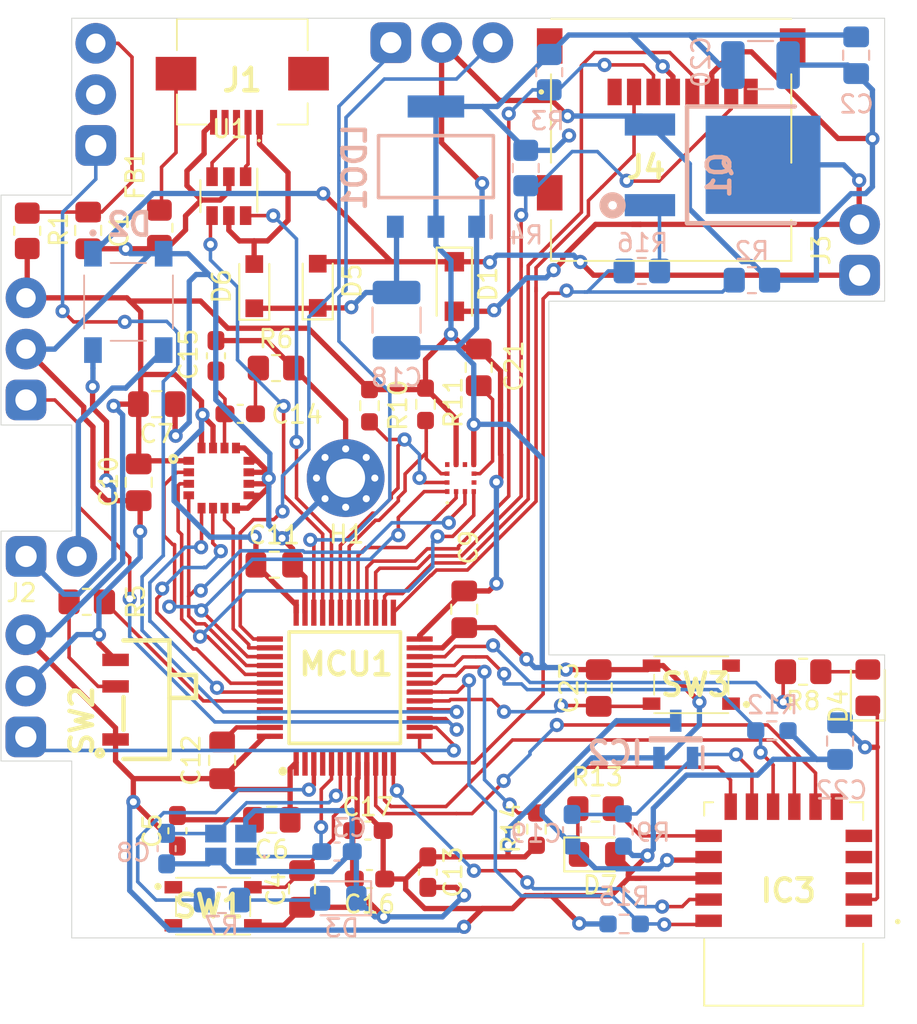
<source format=kicad_pcb>
(kicad_pcb (version 20171130) (host pcbnew "(5.1.12)-1")
  (title_block (title "Carrera Car") (date 2022-03-22) (comment 1 "Vojtěch Šíma, Fakulta informačních technologií  VUT v Brně") (comment 2 "Bakalářská práce: Měření pohybu auta na autodráze Carrera"))
  (layers (0 F.Cu signal) (31 B.Cu signal) (34 B.Paste user) (35 F.Paste user) (36 B.SilkS user) (37 F.SilkS user) (38 B.Mask user) (39 F.Mask user) (44 Edge.Cuts user))
  (net 0 "")
  (net 1 "Net-(C1-Pad2)")
  (net 2 GND)
  (net 3 +3.3VA)
  (net 4 /HSE_IN)
  (net 5 /NRST)
  (net 6 /HSE_OUT)
  (net 7 "Net-(C14-Pad2)")
  (net 8 "Net-(C14-Pad1)")
  (net 9 "Net-(C18-Pad2)")
  (net 10 /RST)
  (net 11 "Net-(C21-Pad1)")
  (net 12 /IR_OUT)
  (net 13 /HALL1)
  (net 14 /HALL2)
  (net 15 /MOTOR-)
  (net 16 /MOTOR+)
  (net 17 "Net-(D2-Pad4)")
  (net 18 "Net-(D2-Pad2)")
  (net 19 /DIODE1)
  (net 20 /DIODE2)
  (net 21 +5V)
  (net 22 "Net-(D7-Pad1)")
  (net 23 "Net-(FB1-Pad2)")
  (net 24 /GYRO_INT)
  (net 25 /GYRO_DRDY)
  (net 26 /SPI3_MOSI)
  (net 27 /SPI3_MISO)
  (net 28 /SPI3_SCK)
  (net 29 /MODE)
  (net 30 /UART_TX_IND)
  (net 31 /P0_2)
  (net 32 /UART_CTS)
  (net 33 /UART_RTS)
  (net 34 /UART_TX)
  (net 35 /UART_RX)
  (net 36 "Net-(IC3-Pad6)")
  (net 37 "Net-(IC3-Pad5)")
  (net 38 "Net-(IC3-Pad4)")
  (net 39 "Net-(IC3-Pad3)")
  (net 40 "Net-(IC3-Pad1)")
  (net 41 /ACC_INT1)
  (net 42 /ACC_INT2)
  (net 43 "Net-(IC4-Pad10)")
  (net 44 "Net-(IC4-Pad8)")
  (net 45 "Net-(IC4-Pad5)")
  (net 46 /SPI2_MOSI)
  (net 47 /SPI2_MISO)
  (net 48 /SPI2_CS)
  (net 49 /SPI2_SCK)
  (net 50 "Net-(J1-Pad4)")
  (net 51 /USB_CON+)
  (net 52 /USB_CON-)
  (net 53 /BOOT)
  (net 54 /USB+)
  (net 55 /USB-)
  (net 56 /MOTOR_PWM)
  (net 57 "Net-(MCU1-Pad4)")
  (net 58 "Net-(MCU1-Pad2)")
  (net 59 "Net-(R5-Pad2)")
  (net 60 "Net-(J4-PadMP4)")
  (net 61 "Net-(J4-PadMP3)")
  (net 62 "Net-(J4-PadMP2)")
  (net 63 "Net-(J4-PadMP1)")
  (net 64 "Net-(J4-Pad8)")
  (net 65 "Net-(J4-Pad1)")
  (net 66 "Net-(D3-Pad2)")
  (net 67 "Net-(D4-Pad2)")
  (net 68 "Net-(MCU1-Pad20)")
  (net 69 "Net-(Q1-Pad1)")
  (net 70 /SWDIO)
  (net 71 /SWCLK)
  (net 72 /SPI3_CS1)
  (net 73 /SPI3_CS2)
  (net 74 "Net-(MCU1-Pad45)")
  (net 75 /BTN)
  (net 76 "Net-(MCU1-Pad46)")
  (module Resistor_SMD:R_0805_2012Metric_Pad1.20x1.40mm_HandSolder (layer F.Cu) (at 57.69 44.33 90)
    (fp_text reference FB1 (at 2.98 -1.37 90) (layer F.SilkS))
    (fp_text value Ferrite_Bead)
    (pad 1 smd roundrect (at -1 0 90) (size 1.2 1.4) (layers F.Cu F.Paste F.Mask) (roundrect_rratio 0.208333) (net 2 GND))
    (pad 2 smd roundrect (at 1 0 90) (size 1.2 1.4) (layers F.Cu F.Paste F.Mask) (roundrect_rratio 0.208333) (net 23 "Net-(FB1-Pad2)"))
  )
  (module SamacSys_Parts:693072010801 (layer F.Cu) (at 86.65 39.35 180)
    (fp_text reference J4 (at 1.43 -1.56) (layer F.SilkS) (effects (font (size 1.27 1.27) (thickness 0.254))))
    (fp_text value 693072010801 hide)
    (pad MP4 smd rect (at -6.875 -3 180) (size 1.45 2) (layers F.Cu F.Paste F.Mask) (net 60 "Net-(J4-PadMP4)"))
    (pad MP3 smd rect (at 6.875 -3 180) (size 1.45 2) (layers F.Cu F.Paste F.Mask) (net 61 "Net-(J4-PadMP3)"))
    (pad MP2 smd rect (at -6.875 5.3 180) (size 1.45 2) (layers F.Cu F.Paste F.Mask) (net 62 "Net-(J4-PadMP2)"))
    (pad MP1 smd rect (at 6.875 5.3 180) (size 1.45 2) (layers F.Cu F.Paste F.Mask) (net 63 "Net-(J4-PadMP1)"))
    (pad 8 smd rect (at -4.5 2.7 180) (size 0.8 1.5) (layers F.Cu F.Paste F.Mask) (net 64 "Net-(J4-Pad8)"))
    (pad 7 smd rect (at -3.4 2.7 180) (size 0.8 1.5) (layers F.Cu F.Paste F.Mask) (net 47 /SPI2_MISO))
    (pad 6 smd rect (at -2.3 2.7 180) (size 0.8 1.5) (layers F.Cu F.Paste F.Mask) (net 2 GND))
    (pad 5 smd rect (at -1.2 2.7 180) (size 0.8 1.5) (layers F.Cu F.Paste F.Mask) (net 49 /SPI2_SCK))
    (pad 4 smd rect (at -0.1 2.7 180) (size 0.8 1.5) (layers F.Cu F.Paste F.Mask) (net 3 +3.3VA))
    (pad 3 smd rect (at 1 2.7 180) (size 0.8 1.5) (layers F.Cu F.Paste F.Mask) (net 46 /SPI2_MOSI))
    (pad 2 smd rect (at 2.1 2.7 180) (size 0.8 1.5) (layers F.Cu F.Paste F.Mask) (net 48 /SPI2_CS))
    (pad 1 smd rect (at 3.2 2.7 180) (size 0.8 1.5) (layers F.Cu F.Paste F.Mask) (net 65 "Net-(J4-Pad1)"))
  )
  (module SamacSys_Parts:PTS815SJM250SMTRLFS (layer F.Cu) (at 87.79 70.16 180)
    (fp_text reference SW3 (at -0.235 -0.005) (layer F.SilkS) (effects (font (size 1.27 1.27) (thickness 0.254))))
    (fp_text value SW_Push_Open hide)
    (pad 1 smd rect (at 2.25 1.075 270) (size 0.7 1) (layers F.Cu F.Paste F.Mask) (net 2 GND))
    (pad 3 smd rect (at -2.25 1.075 270) (size 0.7 1) (layers F.Cu F.Paste F.Mask))
    (pad 2 smd rect (at 2.25 -1.075 270) (size 0.7 1) (layers F.Cu F.Paste F.Mask) (net 75 /BTN))
    (pad 4 smd rect (at -2.25 -1.075 270) (size 0.7 1) (layers F.Cu F.Paste F.Mask))
  )
  (module Capacitor_SMD:C_0805_2012Metric_Pad1.18x1.45mm_HandSolder (layer F.Cu) (at 82.55 70.35 90)
    (fp_text reference C23 (at 0 -1.68 90) (layer F.SilkS))
    (fp_text value 100n)
    (pad 2 smd roundrect (at 1.0375 0 90) (size 1.175 1.45) (layers F.Cu F.Paste F.Mask) (roundrect_rratio 0.212766) (net 2 GND))
    (pad 1 smd roundrect (at -1.0375 0 90) (size 1.175 1.45) (layers F.Cu F.Paste F.Mask) (roundrect_rratio 0.212766) (net 75 /BTN))
  )
  (module SamacSys_Parts:PTS815SJM250SMTRLFS (layer F.Cu) (at 60.73 82.69)
    (fp_text reference SW1 (at -0.235 -0.005) (layer F.SilkS) (effects (font (size 1.27 1.27) (thickness 0.254))))
    (fp_text value SW_Push_Open hide)
    (pad 1 smd rect (at 2.25 1.075 90) (size 0.7 1) (layers F.Cu F.Paste F.Mask) (net 2 GND))
    (pad 3 smd rect (at -2.25 1.075 90) (size 0.7 1) (layers F.Cu F.Paste F.Mask))
    (pad 2 smd rect (at 2.25 -1.075 90) (size 0.7 1) (layers F.Cu F.Paste F.Mask) (net 5 /NRST))
    (pad 4 smd rect (at -2.25 -1.075 90) (size 0.7 1) (layers F.Cu F.Paste F.Mask))
  )
  (module SamacSys_Parts:USB30653000A (layer F.Cu) (at 62.38 35.5 180)
    (fp_text reference J1 (at 0 -0.48) (layer F.SilkS) (effects (font (size 1.27 1.27) (thickness 0.254))))
    (fp_text value USB_B_Micro hide)
    (pad 5 smd rect (at 1.625 -2.865 180) (size 0.4 1.4) (layers F.Cu F.Paste F.Mask) (net 2 GND))
    (pad 6 smd rect (at 3.75 -0.115 270) (size 1.9 2.3) (layers F.Cu F.Paste F.Mask) (net 23 "Net-(FB1-Pad2)"))
    (pad 5 smd rect (at -3.75 -0.115 270) (size 1.9 2.3) (layers F.Cu F.Paste F.Mask) (net 2 GND))
    (pad 4 smd rect (at 0.975 -2.865 180) (size 0.4 1.4) (layers F.Cu F.Paste F.Mask) (net 50 "Net-(J1-Pad4)"))
    (pad 3 smd rect (at 0.325 -2.865 180) (size 0.4 1.4) (layers F.Cu F.Paste F.Mask) (net 51 /USB_CON+))
    (pad 2 smd rect (at -0.325 -2.865 180) (size 0.4 1.4) (layers F.Cu F.Paste F.Mask) (net 52 /USB_CON-))
    (pad 1 smd rect (at -0.975 -2.865 180) (size 0.4 1.4) (layers F.Cu F.Paste F.Mask) (net 21 +5V))
  )
  (module SamacSys_Parts:QFP50P900X900X160-48N (layer F.Cu) (at 68.18 70.33 90)
    (fp_text reference MCU1 (at 1.33 0.08) (layer F.SilkS) (effects (font (size 1.27 1.27) (thickness 0.254))))
    (fp_text value STM32L4P5CET6 hide)
    (pad 48 smd rect (at -2.75 -4.238 90) (size 0.3 1.475) (layers F.Cu F.Paste F.Mask) (net 3 +3.3VA))
    (pad 47 smd rect (at -2.25 -4.238 90) (size 0.3 1.475) (layers F.Cu F.Paste F.Mask) (net 2 GND))
    (pad 46 smd rect (at -1.75 -4.238 90) (size 0.3 1.475) (layers F.Cu F.Paste F.Mask) (net 76 "Net-(MCU1-Pad46)"))
    (pad 45 smd rect (at -1.25 -4.238 90) (size 0.3 1.475) (layers F.Cu F.Paste F.Mask) (net 74 "Net-(MCU1-Pad45)"))
    (pad 44 smd rect (at -0.75 -4.238 90) (size 0.3 1.475) (layers F.Cu F.Paste F.Mask) (net 53 /BOOT))
    (pad 43 smd rect (at -0.25 -4.238 90) (size 0.3 1.475) (layers F.Cu F.Paste F.Mask) (net 72 /SPI3_CS1))
    (pad 42 smd rect (at 0.25 -4.238 90) (size 0.3 1.475) (layers F.Cu F.Paste F.Mask) (net 25 /GYRO_DRDY))
    (pad 41 smd rect (at 0.75 -4.238 90) (size 0.3 1.475) (layers F.Cu F.Paste F.Mask) (net 26 /SPI3_MOSI))
    (pad 40 smd rect (at 1.25 -4.238 90) (size 0.3 1.475) (layers F.Cu F.Paste F.Mask) (net 27 /SPI3_MISO))
    (pad 39 smd rect (at 1.75 -4.238 90) (size 0.3 1.475) (layers F.Cu F.Paste F.Mask) (net 28 /SPI3_SCK))
    (pad 38 smd rect (at 2.25 -4.238 90) (size 0.3 1.475) (layers F.Cu F.Paste F.Mask) (net 24 /GYRO_INT))
    (pad 37 smd rect (at 2.75 -4.238 90) (size 0.3 1.475) (layers F.Cu F.Paste F.Mask) (net 71 /SWCLK))
    (pad 36 smd rect (at 4.238 -2.75 180) (size 0.3 1.475) (layers F.Cu F.Paste F.Mask) (net 3 +3.3VA))
    (pad 35 smd rect (at 4.238 -2.25 180) (size 0.3 1.475) (layers F.Cu F.Paste F.Mask) (net 2 GND))
    (pad 34 smd rect (at 4.238 -1.75 180) (size 0.3 1.475) (layers F.Cu F.Paste F.Mask) (net 70 /SWDIO))
    (pad 33 smd rect (at 4.238 -1.25 180) (size 0.3 1.475) (layers F.Cu F.Paste F.Mask) (net 54 /USB+))
    (pad 32 smd rect (at 4.238 -0.75 180) (size 0.3 1.475) (layers F.Cu F.Paste F.Mask) (net 55 /USB-))
    (pad 31 smd rect (at 4.238 -0.25 180) (size 0.3 1.475) (layers F.Cu F.Paste F.Mask) (net 41 /ACC_INT1))
    (pad 30 smd rect (at 4.238 0.25 180) (size 0.3 1.475) (layers F.Cu F.Paste F.Mask) (net 42 /ACC_INT2))
    (pad 29 smd rect (at 4.238 0.75 180) (size 0.3 1.475) (layers F.Cu F.Paste F.Mask) (net 73 /SPI3_CS2))
    (pad 28 smd rect (at 4.238 1.25 180) (size 0.3 1.475) (layers F.Cu F.Paste F.Mask) (net 46 /SPI2_MOSI))
    (pad 27 smd rect (at 4.238 1.75 180) (size 0.3 1.475) (layers F.Cu F.Paste F.Mask) (net 47 /SPI2_MISO))
    (pad 26 smd rect (at 4.238 2.25 180) (size 0.3 1.475) (layers F.Cu F.Paste F.Mask) (net 49 /SPI2_SCK))
    (pad 25 smd rect (at 4.238 2.75 180) (size 0.3 1.475) (layers F.Cu F.Paste F.Mask) (net 48 /SPI2_CS))
    (pad 24 smd rect (at 2.75 4.238 90) (size 0.3 1.475) (layers F.Cu F.Paste F.Mask) (net 3 +3.3VA))
    (pad 23 smd rect (at 2.25 4.238 90) (size 0.3 1.475) (layers F.Cu F.Paste F.Mask) (net 2 GND))
    (pad 22 smd rect (at 1.75 4.238 90) (size 0.3 1.475) (layers F.Cu F.Paste F.Mask) (net 20 /DIODE2))
    (pad 21 smd rect (at 1.25 4.238 90) (size 0.3 1.475) (layers F.Cu F.Paste F.Mask) (net 33 /UART_RTS))
    (pad 20 smd rect (at 0.75 4.238 90) (size 0.3 1.475) (layers F.Cu F.Paste F.Mask) (net 68 "Net-(MCU1-Pad20)"))
    (pad 19 smd rect (at 0.25 4.238 90) (size 0.3 1.475) (layers F.Cu F.Paste F.Mask) (net 32 /UART_CTS))
    (pad 18 smd rect (at -0.25 4.238 90) (size 0.3 1.475) (layers F.Cu F.Paste F.Mask) (net 29 /MODE))
    (pad 17 smd rect (at -0.75 4.238 90) (size 0.3 1.475) (layers F.Cu F.Paste F.Mask) (net 75 /BTN))
    (pad 16 smd rect (at -1.25 4.238 90) (size 0.3 1.475) (layers F.Cu F.Paste F.Mask) (net 12 /IR_OUT))
    (pad 15 smd rect (at -1.75 4.238 90) (size 0.3 1.475) (layers F.Cu F.Paste F.Mask) (net 14 /HALL2))
    (pad 14 smd rect (at -2.25 4.238 90) (size 0.3 1.475) (layers F.Cu F.Paste F.Mask) (net 13 /HALL1))
    (pad 13 smd rect (at -2.75 4.238 90) (size 0.3 1.475) (layers F.Cu F.Paste F.Mask) (net 56 /MOTOR_PWM))
    (pad 12 smd rect (at -4.238 2.75 180) (size 0.3 1.475) (layers F.Cu F.Paste F.Mask) (net 30 /UART_TX_IND))
    (pad 11 smd rect (at -4.238 2.25 180) (size 0.3 1.475) (layers F.Cu F.Paste F.Mask) (net 35 /UART_RX))
    (pad 10 smd rect (at -4.238 1.75 180) (size 0.3 1.475) (layers F.Cu F.Paste F.Mask) (net 34 /UART_TX))
    (pad 9 smd rect (at -4.238 1.25 180) (size 0.3 1.475) (layers F.Cu F.Paste F.Mask) (net 3 +3.3VA))
    (pad 8 smd rect (at -4.238 0.75 180) (size 0.3 1.475) (layers F.Cu F.Paste F.Mask) (net 2 GND))
    (pad 7 smd rect (at -4.238 0.25 180) (size 0.3 1.475) (layers F.Cu F.Paste F.Mask) (net 5 /NRST))
    (pad 6 smd rect (at -4.238 -0.25 180) (size 0.3 1.475) (layers F.Cu F.Paste F.Mask) (net 6 /HSE_OUT))
    (pad 5 smd rect (at -4.238 -0.75 180) (size 0.3 1.475) (layers F.Cu F.Paste F.Mask) (net 4 /HSE_IN))
    (pad 4 smd rect (at -4.238 -1.25 180) (size 0.3 1.475) (layers F.Cu F.Paste F.Mask) (net 57 "Net-(MCU1-Pad4)"))
    (pad 3 smd rect (at -4.238 -1.75 180) (size 0.3 1.475) (layers F.Cu F.Paste F.Mask) (net 19 /DIODE1))
    (pad 2 smd rect (at -4.238 -2.25 180) (size 0.3 1.475) (layers F.Cu F.Paste F.Mask) (net 58 "Net-(MCU1-Pad2)"))
    (pad 1 smd rect (at -4.238 -2.75 180) (size 0.3 1.475) (layers F.Cu F.Paste F.Mask) (net 3 +3.3VA))
  )
  (module SamacSys_Parts:SSSS810701 (layer F.Cu) (at 55.21 70.26 90)
    (fp_text reference SW2 (at -1.93 -1.91 270) (layer F.SilkS) (effects (font (size 1.27 1.27) (thickness 0.254))))
    (fp_text value SW_SPDT hide)
    (pad 1 smd rect (at -3 0 90) (size 0.7 1.5) (layers F.Cu F.Paste F.Mask) (net 3 +3.3VA))
    (pad 2 smd rect (at 0 0 90) (size 0.7 1.5) (layers F.Cu F.Paste F.Mask) (net 59 "Net-(R5-Pad2)"))
    (pad 3 smd rect (at 1.5 0 90) (size 0.7 1.5) (layers F.Cu F.Paste F.Mask) (net 2 GND))
    (pad 4 np_thru_hole circle (at -2.25 1.75 90) (size 0.9 0) (drill 0.9) (layers *.Cu *.Mask))
    (pad 5 np_thru_hole circle (at 0.75 1.75 90) (size 0.9 0) (drill 0.9) (layers *.Cu *.Mask))
  )
  (module KICAD_bak:MyConnector2 (layer F.Cu) (at 53.045 60.485)
    (fp_text reference J2 (at -3.155 4.485) (layer F.SilkS))
    (fp_text value Conn_01x02)
    (pad 1 thru_hole roundrect (at -2.9 2.425) (size 2.3 2.3) (drill 1.2) (layers *.Cu *.Mask) (net 18 "Net-(D2-Pad2)"))
    (pad 2 thru_hole circle (at -0.025 2.425) (size 2.3 2.3) (drill 1.1) (layers *.Cu *.Mask) (net 17 "Net-(D2-Pad4)"))
  )
  (module KICAD_bak:MyConnector2 (layer F.Cu) (at 94.89 44.11 90)
    (fp_text reference J3 (at -1.48 0.25 90) (layer F.SilkS))
    (fp_text value Conn_01x02)
    (pad 1 thru_hole roundrect (at -2.9 2.425 90) (size 2.3 2.3) (drill 1.2) (layers *.Cu *.Mask) (net 16 /MOTOR+))
    (pad 2 thru_hole circle (at -0.025 2.425 90) (size 2.3 2.3) (drill 1.1) (layers *.Cu *.Mask) (net 15 /MOTOR-))
  )
  (module KICAD_bak:MyConnector3 (layer F.Cu) (at 73.66 33.86)
    (fp_text reference CON4 hide)
    (fp_text value SWD)
    (pad 3 thru_hole circle (at 2.9 0) (size 2.3 2.3) (drill 1.1) (layers *.Cu *.Mask) (net 70 /SWDIO))
    (pad 2 thru_hole circle (at 0 0) (size 2.3 2.3) (drill 1.1) (layers *.Cu *.Mask) (net 2 GND))
    (pad 1 thru_hole roundrect (at -2.875 0) (size 2.3 2.3) (drill 1.2) (layers *.Cu *.Mask) (net 71 /SWCLK))
  )
  (module KICAD_bak:MyConnector3 (layer F.Cu) (at 50.14 51.19 90)
    (fp_text reference CON3 hide)
    (fp_text value HALL_SENSOR2)
    (pad 3 thru_hole circle (at 2.9 0 90) (size 2.3 2.3) (drill 1.1) (layers *.Cu *.Mask) (net 3 +3.3VA))
    (pad 2 thru_hole circle (at 0 0 90) (size 2.3 2.3) (drill 1.1) (layers *.Cu *.Mask) (net 2 GND))
    (pad 1 thru_hole roundrect (at -2.875 0 90) (size 2.3 2.3) (drill 1.2) (layers *.Cu *.Mask) (net 14 /HALL2))
  )
  (module KICAD_bak:MyConnector3 (layer F.Cu) (at 50.13 70.24 90)
    (fp_text reference CON2 hide)
    (fp_text value HALL_SENSOR1)
    (pad 3 thru_hole circle (at 2.9 0 90) (size 2.3 2.3) (drill 1.1) (layers *.Cu *.Mask) (net 3 +3.3VA))
    (pad 2 thru_hole circle (at 0 0 90) (size 2.3 2.3) (drill 1.1) (layers *.Cu *.Mask) (net 2 GND))
    (pad 1 thru_hole roundrect (at -2.875 0 90) (size 2.3 2.3) (drill 1.2) (layers *.Cu *.Mask) (net 13 /HALL1))
  )
  (module KICAD_bak:MyConnector3 (layer F.Cu) (at 54.09 36.8 90)
    (fp_text reference CON1 hide)
    (fp_text value IR_RECIEVER)
    (pad 3 thru_hole circle (at 2.9 0 90) (size 2.3 2.3) (drill 1.1) (layers *.Cu *.Mask) (net 1 "Net-(C1-Pad2)"))
    (pad 2 thru_hole circle (at 0 0 90) (size 2.3 2.3) (drill 1.1) (layers *.Cu *.Mask) (net 2 GND))
    (pad 1 thru_hole roundrect (at -2.875 0 90) (size 2.3 2.3) (drill 1.2) (layers *.Cu *.Mask) (net 12 /IR_OUT))
  )
  (module SamacSys_Parts:DPAK3-CASE-369AS (layer B.Cu) (at 91.85 40.77 90)
    (fp_text reference Q1 (at -0.59 -2.488 270) (layer B.SilkS) (effects (font (size 1.27 1.27) (thickness 0.254)) (justify mirror)))
    (fp_text value FDD86113LZ hide)
    (pad 3 smd rect (at 0 0 90) (size 5.55 6.5) (layers B.Cu B.Paste B.Mask) (net 15 /MOTOR-))
    (pad 2 smd rect (at 2.28 -6.4 90) (size 1.25 2.85) (layers B.Cu B.Paste B.Mask) (net 2 GND))
    (pad 1 smd rect (at -2.28 -6.4 90) (size 1.25 2.85) (layers B.Cu B.Paste B.Mask) (net 69 "Net-(Q1-Pad1)"))
  )
  (module MountingHole:MountingHole_2.2mm_M2_Pad_Via (layer F.Cu) (at 68.23 58.48)
    (fp_text reference H1 (at 0.06 3.18) (layer F.SilkS))
    (fp_text value 2mm)
    (pad 1 thru_hole circle (at 1.166726 -1.166726) (size 0.7 0.7) (drill 0.4) (layers *.Cu *.Mask) (net 2 GND))
    (pad 1 thru_hole circle (at 0 -1.65) (size 0.7 0.7) (drill 0.4) (layers *.Cu *.Mask) (net 2 GND))
    (pad 1 thru_hole circle (at -1.166726 -1.166726) (size 0.7 0.7) (drill 0.4) (layers *.Cu *.Mask) (net 2 GND))
    (pad 1 thru_hole circle (at -1.65 0) (size 0.7 0.7) (drill 0.4) (layers *.Cu *.Mask) (net 2 GND))
    (pad 1 thru_hole circle (at -1.166726 1.166726) (size 0.7 0.7) (drill 0.4) (layers *.Cu *.Mask) (net 2 GND))
    (pad 1 thru_hole circle (at 0 1.65) (size 0.7 0.7) (drill 0.4) (layers *.Cu *.Mask) (net 2 GND))
    (pad 1 thru_hole circle (at 1.166726 1.166726) (size 0.7 0.7) (drill 0.4) (layers *.Cu *.Mask) (net 2 GND))
    (pad 1 thru_hole circle (at 1.65 0) (size 0.7 0.7) (drill 0.4) (layers *.Cu *.Mask) (net 2 GND))
    (pad 1 thru_hole circle (at 0 0) (size 4.4 4.4) (drill 2.2) (layers *.Cu *.Mask) (net 2 GND))
  )
  (module Resistor_SMD:R_0805_2012Metric_Pad1.20x1.40mm_HandSolder (layer B.Cu) (at 84.99 46.77 180)
    (fp_text reference R16 (at -0.04 1.59) (layer B.SilkS) (effects (justify mirror)))
    (fp_text value ?)
    (pad 2 smd roundrect (at 1 0 180) (size 1.2 1.4) (layers B.Cu B.Paste B.Mask) (roundrect_rratio 0.208333) (net 56 /MOTOR_PWM))
    (pad 1 smd roundrect (at -1 0 180) (size 1.2 1.4) (layers B.Cu B.Paste B.Mask) (roundrect_rratio 0.208333) (net 69 "Net-(Q1-Pad1)"))
  )
  (module SamacSys_Parts:MC3479 (layer F.Cu) (at 74.73 58.48 90)
    (fp_text reference IC4)
    (fp_text value "Akcelerometr MC3479" hide)
    (pad 12 smd rect (at -0.25 -0.762 90) (size 0.25 0.275) (layers F.Cu F.Paste F.Mask) (net 41 /ACC_INT1))
    (pad 11 smd rect (at 0.25 -0.762 90) (size 0.25 0.275) (layers F.Cu F.Paste F.Mask) (net 42 /ACC_INT2))
    (pad 10 smd rect (at 0.763 -0.75 180) (size 0.25 0.275) (layers F.Cu F.Paste F.Mask) (net 43 "Net-(IC4-Pad10)"))
    (pad 9 smd rect (at 0.763 -0.25 180) (size 0.25 0.275) (layers F.Cu F.Paste F.Mask) (net 3 +3.3VA))
    (pad 8 smd rect (at 0.763 0.25 180) (size 0.25 0.275) (layers F.Cu F.Paste F.Mask) (net 44 "Net-(IC4-Pad8)"))
    (pad 7 smd rect (at 0.763 0.75 180) (size 0.25 0.275) (layers F.Cu F.Paste F.Mask) (net 2 GND))
    (pad 6 smd rect (at 0.25 0.763 90) (size 0.25 0.275) (layers F.Cu F.Paste F.Mask) (net 11 "Net-(C21-Pad1)"))
    (pad 5 smd rect (at -0.25 0.763 90) (size 0.25 0.275) (layers F.Cu F.Paste F.Mask) (net 45 "Net-(IC4-Pad5)"))
    (pad 4 smd rect (at -0.762 0.75 180) (size 0.25 0.275) (layers F.Cu F.Paste F.Mask) (net 26 /SPI3_MOSI))
    (pad 3 smd rect (at -0.762 0.25 180) (size 0.25 0.275) (layers F.Cu F.Paste F.Mask) (net 27 /SPI3_MISO))
    (pad 2 smd rect (at -0.762 -0.25 180) (size 0.25 0.275) (layers F.Cu F.Paste F.Mask) (net 73 /SPI3_CS2))
    (pad 1 smd rect (at -0.762 -0.75 180) (size 0.25 0.275) (layers F.Cu F.Paste F.Mask) (net 28 /SPI3_SCK))
  )
  (module SamacSys_Parts:ECS160836B2CKMTR (layer B.Cu) (at 61.73 79.23 180)
    (fp_text reference Crystal1)
    (fp_text value ECS-160-8-36B2-CKM-TR hide)
    (pad 4 smd rect (at -0.85 0.65 90) (size 1 1.2) (layers B.Cu B.Paste B.Mask) (net 2 GND))
    (pad 3 smd rect (at 0.85 0.65 90) (size 1 1.2) (layers B.Cu B.Paste B.Mask) (net 6 /HSE_OUT))
    (pad 2 smd rect (at 0.85 -0.65 90) (size 1 1.2) (layers B.Cu B.Paste B.Mask) (net 2 GND))
    (pad 1 smd rect (at -0.85 -0.65 90) (size 1 1.2) (layers B.Cu B.Paste B.Mask) (net 4 /HSE_IN))
  )
  (module Capacitor_SMD:C_0805_2012Metric_Pad1.18x1.45mm_HandSolder (layer F.Cu) (at 75.76 52.22 90)
    (fp_text reference C21 (at 0.07 2 270) (layer F.SilkS))
    (fp_text value 100n)
    (pad 2 smd roundrect (at 1.0375 0 90) (size 1.175 1.45) (layers F.Cu F.Paste F.Mask) (roundrect_rratio 0.212766) (net 3 +3.3VA))
    (pad 1 smd roundrect (at -1.0375 0 90) (size 1.175 1.45) (layers F.Cu F.Paste F.Mask) (roundrect_rratio 0.212766) (net 11 "Net-(C21-Pad1)"))
  )
  (module Capacitor_SMD:C_1210_3225Metric_Pad1.33x2.70mm_HandSolder (layer B.Cu) (at 91.7075 35.13 180)
    (fp_text reference C20 (at 3.3675 0.17 270) (layer B.SilkS) (effects (justify mirror)))
    (fp_text value 10u)
    (pad 2 smd roundrect (at 1.5625 0 180) (size 1.325 2.7) (layers B.Cu B.Paste B.Mask) (roundrect_rratio 0.188679) (net 3 +3.3VA))
    (pad 1 smd roundrect (at -1.5625 0 180) (size 1.325 2.7) (layers B.Cu B.Paste B.Mask) (roundrect_rratio 0.188679) (net 2 GND))
  )
  (module Diode_SMD:D_0805_2012Metric_Pad1.15x1.40mm_HandSolder (layer B.Cu) (at 67.81 82.24 180)
    (fp_text reference D3 (at -0.2 -1.69) (layer B.SilkS) (effects (justify mirror)))
    (fp_text value LED)
    (pad 2 smd roundrect (at 1.025 0 180) (size 1.15 1.4) (layers B.Cu B.Paste B.Mask) (roundrect_rratio 0.217391) (net 66 "Net-(D3-Pad2)"))
    (pad 1 smd roundrect (at -1.025 0 180) (size 1.15 1.4) (layers B.Cu B.Paste B.Mask) (roundrect_rratio 0.217391) (net 2 GND))
  )
  (module Capacitor_SMD:C_0603_1608Metric_Pad1.08x0.95mm_HandSolder (layer B.Cu) (at 81.04 78.3625 270)
    (fp_text reference C19 (at 0.2175 2.03 180) (layer B.SilkS) (effects (justify mirror)))
    (fp_text value 1u)
    (pad 2 smd roundrect (at 0.8625 0 270) (size 1.075 0.95) (layers B.Cu B.Paste B.Mask) (net 2 GND))
    (pad 1 smd roundrect (at -0.8625 0 270) (size 1.075 0.95) (layers B.Cu B.Paste B.Mask) (net 10 /RST))
  )
  (module Capacitor_SMD:C_0603_1608Metric_Pad1.08x0.95mm_HandSolder (layer F.Cu) (at 69.49 78.41 180)
    (fp_text reference C17 (at 0 1.33) (layer F.SilkS))
    (fp_text value 1u)
    (pad 2 smd roundrect (at 0.8625 0 180) (size 1.075 0.95) (layers F.Cu F.Paste F.Mask) (net 2 GND))
    (pad 1 smd roundrect (at -0.8625 0 180) (size 1.075 0.95) (layers F.Cu F.Paste F.Mask) (net 3 +3.3VA))
  )
  (module Capacitor_SMD:C_0805_2012Metric_Pad1.18x1.45mm_HandSolder (layer B.Cu) (at 96.21 73.35 90)
    (fp_text reference C22 (at -2.78 0.08 180) (layer B.SilkS) (effects (justify mirror)))
    (fp_text value 10u)
    (pad 2 smd roundrect (at 1.0375 0 90) (size 1.175 1.45) (layers B.Cu B.Paste B.Mask) (roundrect_rratio 0.212766) (net 2 GND))
    (pad 1 smd roundrect (at -1.0375 0 90) (size 1.175 1.45) (layers B.Cu B.Paste B.Mask) (roundrect_rratio 0.212766) (net 3 +3.3VA))
  )
  (module Capacitor_SMD:C_1210_3225Metric_Pad1.33x2.70mm_HandSolder (layer B.Cu) (at 71.11 49.55 90)
    (fp_text reference C18 (at -3.25 0 180) (layer B.SilkS) (effects (justify mirror)))
    (fp_text value 10u)
    (pad 2 smd roundrect (at 1.5625 0 90) (size 1.325 2.7) (layers B.Cu B.Paste B.Mask) (roundrect_rratio 0.188679) (net 9 "Net-(C18-Pad2)"))
    (pad 1 smd roundrect (at -1.5625 0 90) (size 1.325 2.7) (layers B.Cu B.Paste B.Mask) (roundrect_rratio 0.188679) (net 2 GND))
  )
  (module Diode_SMD:D_0805_2012Metric_Pad1.15x1.40mm_HandSolder (layer F.Cu) (at 97.78 70.33 90)
    (fp_text reference D4 (at -1.05 -1.66 90) (layer F.SilkS))
    (fp_text value LED)
    (pad 2 smd roundrect (at 1.025 0 90) (size 1.15 1.4) (layers F.Cu F.Paste F.Mask) (roundrect_rratio 0.217391) (net 67 "Net-(D4-Pad2)"))
    (pad 1 smd roundrect (at -1.025 0 90) (size 1.15 1.4) (layers F.Cu F.Paste F.Mask) (roundrect_rratio 0.217391) (net 2 GND))
  )
  (module Diode_SMD:D_SOD-323_HandSoldering (layer F.Cu) (at 66.65 47.61 90)
    (fp_text reference D5 (at 0.28 1.95 90) (layer F.SilkS))
    (fp_text value D_Schottky)
    (pad 2 smd rect (at 1.25 0 90) (size 1 1) (layers F.Cu F.Paste F.Mask) (net 16 /MOTOR+))
    (pad 1 smd rect (at -1.25 0 90) (size 1 1) (layers F.Cu F.Paste F.Mask) (net 9 "Net-(C18-Pad2)"))
  )
  (module Diode_SMD:D_SOD-323_HandSoldering (layer F.Cu) (at 63.06 47.63 90)
    (fp_text reference D6 (at 0 -1.85 90) (layer F.SilkS))
    (fp_text value D_Schottky)
    (pad 2 smd rect (at 1.25 0 90) (size 1 1) (layers F.Cu F.Paste F.Mask) (net 21 +5V))
    (pad 1 smd rect (at -1.25 0 90) (size 1 1) (layers F.Cu F.Paste F.Mask) (net 9 "Net-(C18-Pad2)"))
  )
  (module SamacSys_Parts:ABS21013 (layer B.Cu) (at 55.93 48.52 180)
    (fp_text reference D2 (at -0.06 4.38) (layer B.SilkS) (effects (font (size 1.27 1.27) (thickness 0.254)) (justify mirror)))
    (fp_text value "Usměrňovací můstek ABS210-13" hide)
    (pad 4 smd rect (at -2 -2.725 180) (size 1 1.45) (layers B.Cu B.Paste B.Mask) (net 17 "Net-(D2-Pad4)"))
    (pad 3 smd rect (at -2 2.725 180) (size 1 1.45) (layers B.Cu B.Paste B.Mask) (net 2 GND))
    (pad 2 smd rect (at 2 -2.725 180) (size 1 1.45) (layers B.Cu B.Paste B.Mask) (net 18 "Net-(D2-Pad2)"))
    (pad 1 smd rect (at 2 2.725 180) (size 1 1.45) (layers B.Cu B.Paste B.Mask) (net 16 /MOTOR+))
  )
  (module Diode_SMD:D_SOD-123F (layer F.Cu) (at 74.38 47.65 270)
    (fp_text reference D1 (at -0.127 -1.905 90) (layer F.SilkS))
    (fp_text value D)
    (pad 2 smd rect (at 1.4 0 270) (size 1.1 1.1) (layers F.Cu F.Paste F.Mask) (net 15 /MOTOR-))
    (pad 1 smd rect (at -1.4 0 270) (size 1.1 1.1) (layers F.Cu F.Paste F.Mask) (net 16 /MOTOR+))
  )
  (module Resistor_SMD:R_0805_2012Metric_Pad1.20x1.40mm_HandSolder (layer B.Cu) (at 61.23 82.34 180)
    (fp_text reference R7 (at 0.02 -1.45) (layer B.SilkS) (effects (justify mirror)))
    (fp_text value 80)
    (pad 2 smd roundrect (at 1 0 180) (size 1.2 1.4) (layers B.Cu B.Paste B.Mask) (roundrect_rratio 0.208333) (net 19 /DIODE1))
    (pad 1 smd roundrect (at -1 0 180) (size 1.2 1.4) (layers B.Cu B.Paste B.Mask) (roundrect_rratio 0.208333) (net 66 "Net-(D3-Pad2)"))
  )
  (module Resistor_SMD:R_0805_2012Metric_Pad1.20x1.40mm_HandSolder (layer F.Cu) (at 64.29 52.26)
    (fp_text reference R6 (at 0 -1.65) (layer F.SilkS))
    (fp_text value 10k)
    (pad 1 smd roundrect (at -1 0) (size 1.2 1.4) (layers F.Cu F.Paste F.Mask) (roundrect_rratio 0.208333) (net 8 "Net-(C14-Pad1)"))
    (pad 2 smd roundrect (at 1 0) (size 1.2 1.4) (layers F.Cu F.Paste F.Mask) (roundrect_rratio 0.208333) (net 2 GND))
  )
  (module Resistor_SMD:R_0805_2012Metric_Pad1.20x1.40mm_HandSolder (layer F.Cu) (at 94.12 69.43 180)
    (fp_text reference R8 (at 0 -1.65) (layer F.SilkS))
    (fp_text value 80)
    (pad 2 smd roundrect (at 1 0 180) (size 1.2 1.4) (layers F.Cu F.Paste F.Mask) (roundrect_rratio 0.208333) (net 20 /DIODE2))
    (pad 1 smd roundrect (at -1 0 180) (size 1.2 1.4) (layers F.Cu F.Paste F.Mask) (roundrect_rratio 0.208333) (net 67 "Net-(D4-Pad2)"))
  )
  (module Resistor_SMD:R_0603_1608Metric_Pad0.98x0.95mm_HandSolder (layer B.Cu) (at 83.99 83.69 180)
    (fp_text reference R15 (at 0 1.55 180) (layer B.SilkS) (effects (justify mirror)))
    (fp_text value 48k)
    (pad 2 smd roundrect (at 0.9125 0 180) (size 0.975 0.95) (layers B.Cu B.Paste B.Mask) (net 3 +3.3VA))
    (pad 1 smd roundrect (at -0.9125 0 180) (size 0.975 0.95) (layers B.Cu B.Paste B.Mask) (net 29 /MODE))
  )
  (module Resistor_SMD:R_0603_1608Metric_Pad0.98x0.95mm_HandSolder (layer F.Cu) (at 79.03 78.33 270)
    (fp_text reference R14 (at -0.08 1.46 270) (layer F.SilkS))
    (fp_text value 48k)
    (pad 2 smd roundrect (at 0.9125 0 270) (size 0.975 0.95) (layers F.Cu F.Paste F.Mask) (net 3 +3.3VA))
    (pad 1 smd roundrect (at -0.9125 0 270) (size 0.975 0.95) (layers F.Cu F.Paste F.Mask) (net 32 /UART_CTS))
  )
  (module Resistor_SMD:R_0603_1608Metric_Pad0.98x0.95mm_HandSolder (layer B.Cu) (at 92.35 72.76)
    (fp_text reference R12 (at 0.0375 -1.45) (layer B.SilkS) (effects (justify mirror)))
    (fp_text value 48k)
    (pad 2 smd roundrect (at 0.9125 0) (size 0.975 0.95) (layers B.Cu B.Paste B.Mask) (net 3 +3.3VA))
    (pad 1 smd roundrect (at -0.9125 0) (size 0.975 0.95) (layers B.Cu B.Paste B.Mask) (net 33 /UART_RTS))
  )
  (module Resistor_SMD:R_0603_1608Metric_Pad0.98x0.95mm_HandSolder (layer F.Cu) (at 72.75 54.31 90)
    (fp_text reference R11 (at 0.1 1.57 270) (layer F.SilkS))
    (fp_text value 4.7k)
    (pad 2 smd roundrect (at 0.9125 0 90) (size 0.975 0.95) (layers F.Cu F.Paste F.Mask) (net 3 +3.3VA))
    (pad 1 smd roundrect (at -0.9125 0 90) (size 0.975 0.95) (layers F.Cu F.Paste F.Mask) (net 42 /ACC_INT2))
  )
  (module Package_TO_SOT_SMD:SOT-23-6 (layer F.Cu) (at 61.62 42.54 270)
    (fp_text reference U1 (at -3.8 -0.05 180) (layer F.SilkS))
    (fp_text value USBLC6-2SC6)
    (pad 5 smd rect (at 1.1 0 270) (size 1.06 0.65) (layers F.Cu F.Paste F.Mask) (net 21 +5V))
    (pad 6 smd rect (at 1.1 -0.95 270) (size 1.06 0.65) (layers F.Cu F.Paste F.Mask) (net 55 /USB-))
    (pad 4 smd rect (at 1.1 0.95 270) (size 1.06 0.65) (layers F.Cu F.Paste F.Mask) (net 54 /USB+))
    (pad 3 smd rect (at -1.1 0.95 270) (size 1.06 0.65) (layers F.Cu F.Paste F.Mask) (net 51 /USB_CON+))
    (pad 2 smd rect (at -1.1 0 270) (size 1.06 0.65) (layers F.Cu F.Paste F.Mask) (net 2 GND))
    (pad 1 smd rect (at -1.1 -0.95 270) (size 1.06 0.65) (layers F.Cu F.Paste F.Mask) (net 52 /USB_CON-))
  )
  (module Resistor_SMD:R_0603_1608Metric_Pad0.98x0.95mm_HandSolder (layer F.Cu) (at 69.58 54.39 90)
    (fp_text reference R10 (at 0.03 1.61 90) (layer F.SilkS))
    (fp_text value 4.7k)
    (pad 2 smd roundrect (at 0.9125 0 90) (size 0.975 0.95) (layers F.Cu F.Paste F.Mask) (net 3 +3.3VA))
    (pad 1 smd roundrect (at -0.9125 0 90) (size 0.975 0.95) (layers F.Cu F.Paste F.Mask) (net 41 /ACC_INT1))
  )
  (module Resistor_SMD:R_0805_2012Metric_Pad1.20x1.40mm_HandSolder (layer F.Cu) (at 82.37 77.17 180)
    (fp_text reference R13 (at -0.1 1.79 180) (layer F.SilkS))
    (fp_text value 80)
    (pad 2 smd roundrect (at 1 0 180) (size 1.2 1.4) (layers F.Cu F.Paste F.Mask) (roundrect_rratio 0.208333) (net 22 "Net-(D7-Pad1)"))
    (pad 1 smd roundrect (at -1 0 180) (size 1.2 1.4) (layers F.Cu F.Paste F.Mask) (roundrect_rratio 0.208333) (net 31 /P0_2))
  )
  (module Resistor_SMD:R_0603_1608Metric_Pad0.98x0.95mm_HandSolder (layer B.Cu) (at 83.95 78.38 270)
    (fp_text reference R9 (at 0.14 -1.68) (layer B.SilkS) (effects (justify mirror)))
    (fp_text value 4.7k)
    (pad 2 smd roundrect (at 0.9125 0 270) (size 0.975 0.95) (layers B.Cu B.Paste B.Mask) (net 3 +3.3VA))
    (pad 1 smd roundrect (at -0.9125 0 270) (size 0.975 0.95) (layers B.Cu B.Paste B.Mask) (net 10 /RST))
  )
  (module Capacitor_SMD:C_0805_2012Metric_Pad1.18x1.45mm_HandSolder (layer F.Cu) (at 64.19 63.38)
    (fp_text reference C11 (at 0 -1.68) (layer F.SilkS))
    (fp_text value 100n)
    (pad 2 smd roundrect (at 1.0375 0) (size 1.175 1.45) (layers F.Cu F.Paste F.Mask) (roundrect_rratio 0.212766) (net 2 GND))
    (pad 1 smd roundrect (at -1.0375 0) (size 1.175 1.45) (layers F.Cu F.Paste F.Mask) (roundrect_rratio 0.212766) (net 3 +3.3VA))
  )
  (module Capacitor_SMD:C_0603_1608Metric_Pad1.08x0.95mm_HandSolder (layer F.Cu) (at 72.88 80.76 270)
    (fp_text reference C13 (at 0 -1.43 90) (layer F.SilkS))
    (fp_text value 10n)
    (pad 2 smd roundrect (at 0.8625 0 270) (size 1.075 0.95) (layers F.Cu F.Paste F.Mask) (net 2 GND))
    (pad 1 smd roundrect (at -0.8625 0 270) (size 1.075 0.95) (layers F.Cu F.Paste F.Mask) (net 3 +3.3VA))
  )
  (module Capacitor_SMD:C_0603_1608Metric_Pad1.08x0.95mm_HandSolder (layer F.Cu) (at 60.89 51.57 270)
    (fp_text reference C15 (at -0.08 1.56 90) (layer F.SilkS))
    (fp_text value 10n)
    (pad 1 smd roundrect (at -0.8625 0 270) (size 1.075 0.95) (layers F.Cu F.Paste F.Mask) (net 2 GND))
    (pad 2 smd roundrect (at 0.8625 0 270) (size 1.075 0.95) (layers F.Cu F.Paste F.Mask) (net 7 "Net-(C14-Pad2)"))
  )
  (module Capacitor_SMD:C_0805_2012Metric_Pad1.18x1.45mm_HandSolder (layer F.Cu) (at 61.24 74.4375 90)
    (fp_text reference C12 (at 0 -1.75 90) (layer F.SilkS))
    (fp_text value 100n)
    (pad 2 smd roundrect (at 1.0375 0 90) (size 1.175 1.45) (layers F.Cu F.Paste F.Mask) (roundrect_rratio 0.212766) (net 2 GND))
    (pad 1 smd roundrect (at -1.0375 0 90) (size 1.175 1.45) (layers F.Cu F.Paste F.Mask) (roundrect_rratio 0.212766) (net 3 +3.3VA))
  )
  (module Capacitor_SMD:C_0603_1608Metric_Pad1.08x0.95mm_HandSolder (layer F.Cu) (at 69.58 81.15 180)
    (fp_text reference C16 (at 0 -1.43) (layer F.SilkS))
    (fp_text value 1u)
    (pad 2 smd roundrect (at 0.8625 0 180) (size 1.075 0.95) (layers F.Cu F.Paste F.Mask) (net 2 GND))
    (pad 1 smd roundrect (at -0.8625 0 180) (size 1.075 0.95) (layers F.Cu F.Paste F.Mask) (net 3 +3.3VA))
  )
  (module Capacitor_SMD:C_0805_2012Metric_Pad1.18x1.45mm_HandSolder (layer F.Cu) (at 64.05 77.8 180)
    (fp_text reference C6 (at 0 -1.68) (layer F.SilkS))
    (fp_text value 100n)
    (pad 2 smd roundrect (at 1.0375 0 180) (size 1.175 1.45) (layers F.Cu F.Paste F.Mask) (roundrect_rratio 0.212766) (net 2 GND))
    (pad 1 smd roundrect (at -1.0375 0 180) (size 1.175 1.45) (layers F.Cu F.Paste F.Mask) (roundrect_rratio 0.212766) (net 3 +3.3VA))
  )
  (module Capacitor_SMD:C_0603_1608Metric_Pad1.08x0.95mm_HandSolder (layer F.Cu) (at 58.71 78.4225 90)
    (fp_text reference C5 (at 0 -1.43 90) (layer F.SilkS))
    (fp_text value 4.7u)
    (pad 2 smd roundrect (at 0.8625 0 90) (size 1.075 0.95) (layers F.Cu F.Paste F.Mask) (net 2 GND))
    (pad 1 smd roundrect (at -0.8625 0 90) (size 1.075 0.95) (layers F.Cu F.Paste F.Mask) (net 3 +3.3VA))
  )
  (module Capacitor_SMD:C_0805_2012Metric_Pad1.18x1.45mm_HandSolder (layer F.Cu) (at 57.54 54.3 180)
    (fp_text reference C7 (at 0 -1.68) (layer F.SilkS))
    (fp_text value 100n)
    (pad 2 smd roundrect (at 1.0375 0 180) (size 1.175 1.45) (layers F.Cu F.Paste F.Mask) (roundrect_rratio 0.212766) (net 3 +3.3VA))
    (pad 1 smd roundrect (at -1.0375 0 180) (size 1.175 1.45) (layers F.Cu F.Paste F.Mask) (roundrect_rratio 0.212766) (net 2 GND))
  )
  (module Capacitor_SMD:C_0603_1608Metric_Pad1.08x0.95mm_HandSolder (layer F.Cu) (at 62.2625 54.85 180)
    (fp_text reference C14 (at -3.2175 -0.04) (layer F.SilkS))
    (fp_text value 470n)
    (pad 1 smd roundrect (at -0.8625 0 180) (size 1.075 0.95) (layers F.Cu F.Paste F.Mask) (net 8 "Net-(C14-Pad1)"))
    (pad 2 smd roundrect (at 0.8625 0 180) (size 1.075 0.95) (layers F.Cu F.Paste F.Mask) (net 7 "Net-(C14-Pad2)"))
  )
  (module Capacitor_SMD:C_0805_2012Metric_Pad1.18x1.45mm_HandSolder (layer F.Cu) (at 65.76 81.71 270)
    (fp_text reference C4 (at 0.02 1.47 90) (layer F.SilkS))
    (fp_text value 100n)
    (pad 2 smd roundrect (at 1.0375 0 270) (size 1.175 1.45) (layers F.Cu F.Paste F.Mask) (roundrect_rratio 0.212766) (net 2 GND))
    (pad 1 smd roundrect (at -1.0375 0 270) (size 1.175 1.45) (layers F.Cu F.Paste F.Mask) (roundrect_rratio 0.212766) (net 5 /NRST))
  )
  (module Capacitor_SMD:C_0603_1608Metric_Pad1.08x0.95mm_HandSolder (layer B.Cu) (at 67.74 79.6)
    (fp_text reference C3 (at 0.71 -1.34) (layer B.SilkS) (effects (justify mirror)))
    (fp_text value 12p)
    (pad 2 smd roundrect (at 0.8625 0) (size 1.075 0.95) (layers B.Cu B.Paste B.Mask) (net 2 GND))
    (pad 1 smd roundrect (at -0.8625 0) (size 1.075 0.95) (layers B.Cu B.Paste B.Mask) (net 4 /HSE_IN))
  )
  (module Capacitor_SMD:C_0805_2012Metric_Pad1.18x1.45mm_HandSolder (layer B.Cu) (at 97.12 34.5725 90)
    (fp_text reference C2 (at -2.77 0.02) (layer B.SilkS) (effects (justify mirror)))
    (fp_text value 100n)
    (pad 1 smd roundrect (at -1.0375 0 90) (size 1.175 1.45) (layers B.Cu B.Paste B.Mask) (roundrect_rratio 0.212766) (net 2 GND))
    (pad 2 smd roundrect (at 1.0375 0 90) (size 1.175 1.45) (layers B.Cu B.Paste B.Mask) (roundrect_rratio 0.212766) (net 3 +3.3VA))
  )
  (module Capacitor_SMD:C_0805_2012Metric_Pad1.18x1.45mm_HandSolder (layer F.Cu) (at 53.66 44.4775 90)
    (fp_text reference C1 (at -0.01 1.76 90) (layer F.SilkS))
    (fp_text value 100n)
    (pad 2 smd roundrect (at 1.0375 0 90) (size 1.175 1.45) (layers F.Cu F.Paste F.Mask) (roundrect_rratio 0.212766) (net 1 "Net-(C1-Pad2)"))
    (pad 1 smd roundrect (at -1.0375 0 90) (size 1.175 1.45) (layers F.Cu F.Paste F.Mask) (roundrect_rratio 0.212766) (net 2 GND))
  )
  (module Capacitor_SMD:C_0805_2012Metric_Pad1.18x1.45mm_HandSolder (layer F.Cu) (at 56.52 58.72 90)
    (fp_text reference C10 (at 0.04 -1.7 270) (layer F.SilkS))
    (fp_text value 10u)
    (pad 2 smd roundrect (at 1.0375 0 90) (size 1.175 1.45) (layers F.Cu F.Paste F.Mask) (roundrect_rratio 0.212766) (net 3 +3.3VA))
    (pad 1 smd roundrect (at -1.0375 0 90) (size 1.175 1.45) (layers F.Cu F.Paste F.Mask) (roundrect_rratio 0.212766) (net 2 GND))
  )
  (module Capacitor_SMD:C_0603_1608Metric_Pad1.08x0.95mm_HandSolder (layer B.Cu) (at 58.1 79.43 270)
    (fp_text reference C8 (at 0.23 1.88) (layer B.SilkS) (effects (justify mirror)))
    (fp_text value 12p)
    (pad 2 smd roundrect (at 0.8625 0 270) (size 1.075 0.95) (layers B.Cu B.Paste B.Mask) (net 2 GND))
    (pad 1 smd roundrect (at -0.8625 0 270) (size 1.075 0.95) (layers B.Cu B.Paste B.Mask) (net 6 /HSE_OUT))
  )
  (module Capacitor_SMD:C_0805_2012Metric_Pad1.18x1.45mm_HandSolder (layer F.Cu) (at 74.94 65.9 270)
    (fp_text reference C9 (at -3.5 -0.25 90) (layer F.SilkS))
    (fp_text value 100n)
    (pad 2 smd roundrect (at 1.0375 0 270) (size 1.175 1.45) (layers F.Cu F.Paste F.Mask) (roundrect_rratio 0.212766) (net 2 GND))
    (pad 1 smd roundrect (at -1.0375 0 270) (size 1.175 1.45) (layers F.Cu F.Paste F.Mask) (roundrect_rratio 0.212766) (net 3 +3.3VA))
  )
  (module SamacSys_Parts:SOT230P700X180-4N (layer B.Cu) (at 73.34 40.87 90)
    (fp_text reference LDO1 (at -0.04 -4.6 270) (layer B.SilkS) (effects (font (size 1.27 1.27) (thickness 0.254)) (justify mirror)))
    (fp_text value NCP1117ST33T3G hide)
    (pad 4 smd rect (at 3.4 0 90) (size 1.25 3.2) (layers B.Cu B.Paste B.Mask) (net 3 +3.3VA))
    (pad 3 smd rect (at -3.4 -2.3) (size 0.95 1.25) (layers B.Cu B.Paste B.Mask) (net 9 "Net-(C18-Pad2)"))
    (pad 2 smd rect (at -3.4 0) (size 0.95 1.25) (layers B.Cu B.Paste B.Mask) (net 3 +3.3VA))
    (pad 1 smd rect (at -3.4 2.3) (size 0.95 1.25) (layers B.Cu B.Paste B.Mask) (net 2 GND))
  )
  (module SamacSys_Parts:RN4871VRM140 (layer F.Cu) (at 93.02 82.56 180)
    (fp_text reference IC3 (at -0.26 0.75) (layer F.SilkS) (effects (font (size 1.27 1.27) (thickness 0.254))))
    (fp_text value RN4871-V_RM140 hide)
    (pad 16 smd rect (at 4.25 -0.95 270) (size 0.7 1.5) (layers F.Cu F.Paste F.Mask) (net 29 /MODE))
    (pad 15 smd rect (at 4.25 0.25 270) (size 0.7 1.5) (layers F.Cu F.Paste F.Mask) (net 30 /UART_TX_IND))
    (pad 14 smd rect (at 4.25 1.45 270) (size 0.7 1.5) (layers F.Cu F.Paste F.Mask) (net 3 +3.3VA))
    (pad 13 smd rect (at 4.25 2.65 270) (size 0.7 1.5) (layers F.Cu F.Paste F.Mask) (net 2 GND))
    (pad 12 smd rect (at 4.25 3.85 270) (size 0.7 1.5) (layers F.Cu F.Paste F.Mask) (net 31 /P0_2))
    (pad 11 smd rect (at 3 5.5 180) (size 0.7 1.5) (layers F.Cu F.Paste F.Mask) (net 32 /UART_CTS))
    (pad 10 smd rect (at 1.8 5.5 180) (size 0.7 1.5) (layers F.Cu F.Paste F.Mask) (net 10 /RST))
    (pad 9 smd rect (at 0.6 5.5 180) (size 0.7 1.5) (layers F.Cu F.Paste F.Mask) (net 33 /UART_RTS))
    (pad 8 smd rect (at -0.6 5.5 180) (size 0.7 1.5) (layers F.Cu F.Paste F.Mask) (net 35 /UART_RX))
    (pad 7 smd rect (at -1.8 5.5 180) (size 0.7 1.5) (layers F.Cu F.Paste F.Mask) (net 34 /UART_TX))
    (pad 6 smd rect (at -3 5.5 180) (size 0.7 1.5) (layers F.Cu F.Paste F.Mask) (net 36 "Net-(IC3-Pad6)"))
    (pad 5 smd rect (at -4.25 3.85 270) (size 0.7 1.5) (layers F.Cu F.Paste F.Mask) (net 37 "Net-(IC3-Pad5)"))
    (pad 4 smd rect (at -4.25 2.65 270) (size 0.7 1.5) (layers F.Cu F.Paste F.Mask) (net 38 "Net-(IC3-Pad4)"))
    (pad 3 smd rect (at -4.25 1.45 270) (size 0.7 1.5) (layers F.Cu F.Paste F.Mask) (net 39 "Net-(IC3-Pad3)"))
    (pad 2 smd rect (at -4.25 0.25 270) (size 0.7 1.5) (layers F.Cu F.Paste F.Mask) (net 2 GND))
    (pad 1 smd rect (at -4.25 -0.95 270) (size 0.7 1.5) (layers F.Cu F.Paste F.Mask) (net 40 "Net-(IC3-Pad1)"))
  )
  (module Diode_SMD:D_0805_2012Metric_Pad1.15x1.40mm_HandSolder (layer F.Cu) (at 82.46 79.76)
    (fp_text reference D7 (at 0.17 1.74) (layer F.SilkS))
    (fp_text value LED)
    (pad 2 smd roundrect (at 1.025 0) (size 1.15 1.4) (layers F.Cu F.Paste F.Mask) (roundrect_rratio 0.217391) (net 3 +3.3VA))
    (pad 1 smd roundrect (at -1.025 0) (size 1.15 1.4) (layers F.Cu F.Paste F.Mask) (roundrect_rratio 0.217391) (net 22 "Net-(D7-Pad1)"))
  )
  (module Resistor_SMD:R_0805_2012Metric_Pad1.20x1.40mm_HandSolder (layer B.Cu) (at 91.22 47.29 180)
    (fp_text reference R2 (at 0 1.65) (layer B.SilkS) (effects (justify mirror)))
    (fp_text value 10k)
    (pad 2 smd roundrect (at 1 0 180) (size 1.2 1.4) (layers B.Cu B.Paste B.Mask) (roundrect_rratio 0.208333) (net 56 /MOTOR_PWM))
    (pad 1 smd roundrect (at -1 0 180) (size 1.2 1.4) (layers B.Cu B.Paste B.Mask) (roundrect_rratio 0.208333) (net 2 GND))
  )
  (module Resistor_SMD:R_0805_2012Metric_Pad1.20x1.40mm_HandSolder (layer F.Cu) (at 53.58 65.48 180)
    (fp_text reference R5 (at -2.77 0.01 90) (layer F.SilkS))
    (fp_text value 10k)
    (pad 2 smd roundrect (at 1 0 180) (size 1.2 1.4) (layers F.Cu F.Paste F.Mask) (roundrect_rratio 0.208333) (net 59 "Net-(R5-Pad2)"))
    (pad 1 smd roundrect (at -1 0 180) (size 1.2 1.4) (layers F.Cu F.Paste F.Mask) (roundrect_rratio 0.208333) (net 53 /BOOT))
  )
  (module Resistor_SMD:R_0805_2012Metric_Pad1.20x1.40mm_HandSolder (layer F.Cu) (at 50.21 44.5 90)
    (fp_text reference R1 (at 0.07 1.78 90) (layer F.SilkS))
    (fp_text value 100)
    (pad 2 smd roundrect (at 1 0 90) (size 1.2 1.4) (layers F.Cu F.Paste F.Mask) (roundrect_rratio 0.208333) (net 1 "Net-(C1-Pad2)"))
    (pad 1 smd roundrect (at -1 0 90) (size 1.2 1.4) (layers F.Cu F.Paste F.Mask) (roundrect_rratio 0.208333) (net 3 +3.3VA))
  )
  (module Resistor_SMD:R_0805_2012Metric_Pad1.20x1.40mm_HandSolder (layer B.Cu) (at 78.42 40.95 90)
    (fp_text reference R4 (at -3.8 0.01 180) (layer B.SilkS) (effects (justify mirror)))
    (fp_text value 10k)
    (pad 2 smd roundrect (at 1 0 90) (size 1.2 1.4) (layers B.Cu B.Paste B.Mask) (roundrect_rratio 0.208333) (net 3 +3.3VA))
    (pad 1 smd roundrect (at -1 0 90) (size 1.2 1.4) (layers B.Cu B.Paste B.Mask) (roundrect_rratio 0.208333) (net 47 /SPI2_MISO))
  )
  (module SamacSys_Parts:SOT95P237X112-3N (layer B.Cu) (at 86.91 73.25 90)
    (fp_text reference IC2 (at -0.78 -3.43 180) (layer B.SilkS) (effects (font (size 1.27 1.27) (thickness 0.254)) (justify mirror)))
    (fp_text value MCP112T-195I_TT hide)
    (pad 3 smd rect (at 1.05 0) (size 0.65 1.25) (layers B.Cu B.Paste B.Mask) (net 3 +3.3VA))
    (pad 2 smd rect (at -1.05 -0.95) (size 0.65 1.25) (layers B.Cu B.Paste B.Mask) (net 2 GND))
    (pad 1 smd rect (at -1.05 0.95) (size 0.65 1.25) (layers B.Cu B.Paste B.Mask) (net 10 /RST))
  )
  (module SamacSys_Parts:LGA-16L_4X4X1.1MM_ (layer F.Cu) (at 61.05 58.48)
    (fp_text reference IC1)
    (fp_text value A3G4250DTR hide)
    (pad 16 smd rect (at -0.975 -1.7) (size 0.45 0.6) (layers F.Cu F.Paste F.Mask) (net 3 +3.3VA))
    (pad 15 smd rect (at -0.325 -1.7) (size 0.45 0.6) (layers F.Cu F.Paste F.Mask) (net 3 +3.3VA))
    (pad 14 smd rect (at 0.325 -1.7) (size 0.45 0.6) (layers F.Cu F.Paste F.Mask) (net 7 "Net-(C14-Pad2)"))
    (pad 13 smd rect (at 0.975 -1.7) (size 0.45 0.6) (layers F.Cu F.Paste F.Mask) (net 2 GND))
    (pad 12 smd rect (at 1.7 -0.975 90) (size 0.45 0.6) (layers F.Cu F.Paste F.Mask) (net 2 GND))
    (pad 11 smd rect (at 1.7 -0.325 90) (size 0.45 0.6) (layers F.Cu F.Paste F.Mask) (net 2 GND))
    (pad 10 smd rect (at 1.7 0.325 90) (size 0.45 0.6) (layers F.Cu F.Paste F.Mask) (net 2 GND))
    (pad 9 smd rect (at 1.7 0.975 90) (size 0.45 0.6) (layers F.Cu F.Paste F.Mask) (net 2 GND))
    (pad 8 smd rect (at 0.975 1.7) (size 0.45 0.6) (layers F.Cu F.Paste F.Mask) (net 2 GND))
    (pad 7 smd rect (at 0.325 1.7) (size 0.45 0.6) (layers F.Cu F.Paste F.Mask) (net 24 /GYRO_INT))
    (pad 6 smd rect (at -0.325 1.7) (size 0.45 0.6) (layers F.Cu F.Paste F.Mask) (net 25 /GYRO_DRDY))
    (pad 5 smd rect (at -0.975 1.7) (size 0.45 0.6) (layers F.Cu F.Paste F.Mask) (net 72 /SPI3_CS1))
    (pad 4 smd rect (at -1.7 0.975 90) (size 0.45 0.6) (layers F.Cu F.Paste F.Mask) (net 27 /SPI3_MISO))
    (pad 3 smd rect (at -1.7 0.325 90) (size 0.45 0.6) (layers F.Cu F.Paste F.Mask) (net 26 /SPI3_MOSI))
    (pad 2 smd rect (at -1.7 -0.325 90) (size 0.45 0.6) (layers F.Cu F.Paste F.Mask) (net 28 /SPI3_SCK))
    (pad 1 smd rect (at -1.7 -0.975 90) (size 0.45 0.6) (layers F.Cu F.Paste F.Mask) (net 3 +3.3VA))
  )
  (module Resistor_SMD:R_0805_2012Metric_Pad1.20x1.40mm_HandSolder (layer B.Cu) (at 79.75 35.53 90)
    (fp_text reference R3 (at -2.76 -0.1) (layer B.SilkS) (effects (justify mirror)))
    (fp_text value 10k)
    (pad 2 smd roundrect (at 1 0 90) (size 1.2 1.4) (layers B.Cu B.Paste B.Mask) (roundrect_rratio 0.208333) (net 3 +3.3VA))
    (pad 1 smd roundrect (at -1 0 90) (size 1.2 1.4) (layers B.Cu B.Paste B.Mask) (roundrect_rratio 0.208333) (net 46 /SPI2_MOSI))
  )
  (gr_line (start 48.73 42.48) (end 48.73 55.48) (layer Edge.Cuts) (width 0.05))
  (gr_line (start 98.73 32.48) (end 52.73 32.48) (layer Edge.Cuts) (width 0.05))
  (gr_line (start 79.73 68.48) (end 79.73 48.48) (layer Edge.Cuts) (width 0.05))
  (gr_line (start 98.73 68.48) (end 79.73 68.48) (layer Edge.Cuts) (width 0.05))
  (gr_line (start 48.73 74.48) (end 52.73 74.48) (layer Edge.Cuts) (width 0.05))
  (gr_line (start 48.73 61.48) (end 48.73 74.48) (layer Edge.Cuts) (width 0.05))
  (gr_line (start 52.73 55.48) (end 52.73 61.48) (layer Edge.Cuts) (width 0.05))
  (gr_line (start 52.73 74.48) (end 52.73 84.48) (layer Edge.Cuts) (width 0.05))
  (gr_line (start 52.73 42.48) (end 48.73 42.48) (layer Edge.Cuts) (width 0.05))
  (gr_line (start 48.73 55.48) (end 52.73 55.48) (layer Edge.Cuts) (width 0.05))
  (gr_line (start 52.73 32.48) (end 52.73 42.48) (layer Edge.Cuts) (width 0.05))
  (gr_line (start 98.73 48.48) (end 98.73 32.48) (layer Edge.Cuts) (width 0.05))
  (gr_line (start 79.73 48.48) (end 98.73 48.48) (layer Edge.Cuts) (width 0.05))
  (gr_line (start 98.73 84.48) (end 98.73 68.48) (layer Edge.Cuts) (width 0.05))
  (gr_line (start 52.73 61.48) (end 48.73 61.48) (layer Edge.Cuts) (width 0.05))
  (gr_line (start 98.73 84.48) (end 52.73 84.48) (layer Edge.Cuts) (width 0.05))
  (segment (start 53.79 43.42) (end 54.27 43.9) (width 0.2) (layer F.Cu) (net 1))
  (segment (start 50.27 43.44) (end 50.21 43.5) (width 0.2) (layer F.Cu) (net 1))
  (segment (start 53.66 43.44) (end 50.27 43.44) (width 0.2) (layer F.Cu) (net 1))
  (segment (start 53.66 43.44) (end 54.43 43.44) (width 0.2) (layer F.Cu) (net 1))
  (segment (start 54.09 33.9) (end 55.36 33.9) (width 0.2) (layer F.Cu) (net 1))
  (segment (start 55.36 33.9) (end 56.14 34.68) (width 0.2) (layer F.Cu) (net 1))
  (segment (start 56.14 41.73) (end 54.43 43.44) (width 0.2) (layer F.Cu) (net 1))
  (segment (start 56.14 34.68) (end 56.14 41.73) (width 0.2) (layer F.Cu) (net 1))
  (segment (start 63.932 72.59) (end 63.942 72.58) (width 0.2) (layer F.Cu) (net 2))
  (segment (start 65.93 65.56) (end 65.979999 65.510001) (width 0.2) (layer F.Cu) (net 2))
  (segment (start 65.93 66.092) (end 65.93 65.56) (width 0.2) (layer F.Cu) (net 2))
  (segment (start 68.93 78.5175) (end 68.6675 78.78) (width 0.2) (layer F.Cu) (net 2))
  (segment (start 74.548 66.9375) (end 74.94 66.9375) (width 0.25) (layer F.Cu) (net 2))
  (segment (start 61.31775 73.32225) (end 61.24 73.4) (width 0.2) (layer F.Cu) (net 2))
  (segment (start 68.88001 78.15749) (end 68.6275 78.41) (width 0.3) (layer F.Cu) (net 2))
  (segment (start 68.88001 75.48999) (end 68.88001 78.15749) (width 0.3) (layer F.Cu) (net 2))
  (segment (start 68.93 75.44) (end 68.88001 75.48999) (width 0.3) (layer F.Cu) (net 2))
  (segment (start 68.93 74.568) (end 68.93 75.44) (width 0.3) (layer F.Cu) (net 2))
  (segment (start 65.93 64.0825) (end 65.2275 63.38) (width 0.3) (layer F.Cu) (net 2))
  (segment (start 65.93 66.092) (end 65.93 64.0825) (width 0.3) (layer F.Cu) (net 2))
  (segment (start 57.93 45.795) (end 57.93 46.06) (width 0.3) (layer B.Cu) (net 2))
  (segment (start 75.64 50.000002) (end 75.64 44.27) (width 0.3) (layer B.Cu) (net 2))
  (segment (start 74.527502 51.1125) (end 75.64 50.000002) (width 0.3) (layer B.Cu) (net 2))
  (segment (start 71.11 51.1125) (end 74.527502 51.1125) (width 0.3) (layer B.Cu) (net 2))
  (segment (start 63.875 58.155) (end 63.88 58.16) (width 0.3) (layer F.Cu) (net 2))
  (segment (start 62.75 58.155) (end 63.875 58.155) (width 0.3) (layer F.Cu) (net 2))
  (segment (start 67.91 58.16) (end 68.23 58.48) (width 0.3) (layer B.Cu) (net 2))
  (segment (start 58.95 77.8) (end 58.71 77.56) (width 0.3) (layer F.Cu) (net 2))
  (segment (start 63.0125 77.8) (end 58.95 77.8) (width 0.3) (layer F.Cu) (net 2))
  (via (at 75.48 55.44) (size 0.8) (drill 0.4) (layers F.Cu B.Cu) (net 2))
  (segment (start 75.48 52.064998) (end 74.527502 51.1125) (width 0.3) (layer B.Cu) (net 2))
  (segment (start 75.48 55.44) (end 75.48 52.064998) (width 0.3) (layer B.Cu) (net 2))
  (via (at 64.63 61.88) (size 0.8) (drill 0.4) (layers F.Cu B.Cu) (net 2))
  (segment (start 65.2275 62.4775) (end 64.63 61.88) (width 0.3) (layer F.Cu) (net 2))
  (segment (start 65.2275 63.38) (end 65.2275 62.4775) (width 0.3) (layer F.Cu) (net 2))
  (segment (start 68.03 58.48) (end 68.23 58.48) (width 0.3) (layer B.Cu) (net 2))
  (segment (start 64.63 61.88) (end 68.03 58.48) (width 0.3) (layer B.Cu) (net 2))
  (segment (start 60.4675 80.2925) (end 60.88 79.88) (width 0.3) (layer B.Cu) (net 2))
  (segment (start 58.1 80.2925) (end 60.4675 80.2925) (width 0.3) (layer B.Cu) (net 2))
  (segment (start 68.6275 81.06) (end 68.7175 81.15) (width 0.3) (layer F.Cu) (net 2))
  (segment (start 68.6275 78.41) (end 68.6275 81.06) (width 0.3) (layer F.Cu) (net 2))
  (via (at 58.61 56.09) (size 0.8) (drill 0.4) (layers F.Cu B.Cu) (net 2))
  (segment (start 58.5775 56.0575) (end 58.61 56.09) (width 0.3) (layer F.Cu) (net 2))
  (segment (start 58.5775 54.3) (end 58.5775 56.0575) (width 0.3) (layer F.Cu) (net 2))
  (segment (start 59.379999 47.359999) (end 59.769999 46.969999) (width 0.3) (layer B.Cu) (net 2))
  (segment (start 59.379999 55.320001) (end 59.379999 47.359999) (width 0.3) (layer B.Cu) (net 2))
  (segment (start 58.61 56.09) (end 59.379999 55.320001) (width 0.3) (layer B.Cu) (net 2))
  (segment (start 62.75 59.455) (end 63.415 59.455) (width 0.3) (layer F.Cu) (net 2))
  (segment (start 63.415 59.455) (end 63.88 58.99) (width 0.3) (layer F.Cu) (net 2))
  (segment (start 63.855 58.805) (end 63.88 58.78) (width 0.3) (layer F.Cu) (net 2))
  (segment (start 62.75 58.805) (end 63.855 58.805) (width 0.3) (layer F.Cu) (net 2))
  (segment (start 63.88 58.99) (end 63.88 58.78) (width 0.3) (layer F.Cu) (net 2))
  (segment (start 63.225 57.505) (end 63.88 58.16) (width 0.3) (layer F.Cu) (net 2))
  (segment (start 62.75 57.505) (end 63.225 57.505) (width 0.3) (layer F.Cu) (net 2))
  (segment (start 62.5 56.78) (end 63.88 58.16) (width 0.3) (layer F.Cu) (net 2))
  (segment (start 62.025 56.78) (end 62.5 56.78) (width 0.3) (layer F.Cu) (net 2))
  (segment (start 62.69 60.18) (end 63.88 58.99) (width 0.3) (layer F.Cu) (net 2))
  (segment (start 62.025 60.18) (end 62.69 60.18) (width 0.3) (layer F.Cu) (net 2))
  (segment (start 57.93 45.795) (end 59.315002 45.795) (width 0.3) (layer B.Cu) (net 2))
  (segment (start 60.755001 47.234999) (end 60.880001 47.359999) (width 0.3) (layer B.Cu) (net 2))
  (via (at 74.93 82.07) (size 0.8) (drill 0.4) (layers F.Cu B.Cu) (net 2))
  (segment (start 72.88 81.6225) (end 74.4775 81.6225) (width 0.3) (layer F.Cu) (net 2))
  (segment (start 74.925 82.07) (end 74.93 82.07) (width 0.3) (layer F.Cu) (net 2))
  (segment (start 74.4775 81.6225) (end 74.925 82.07) (width 0.3) (layer F.Cu) (net 2))
  (segment (start 68.7175 81.15) (end 68.7175 81.625) (width 0.3) (layer F.Cu) (net 2))
  (segment (start 61.730001 80.730001) (end 60.88 79.88) (width 0.3) (layer B.Cu) (net 2))
  (segment (start 67.462499 80.730001) (end 61.730001 80.730001) (width 0.3) (layer B.Cu) (net 2))
  (segment (start 68.5925 79.6) (end 67.462499 80.730001) (width 0.3) (layer B.Cu) (net 2))
  (segment (start 65.7175 82.79) (end 65.76 82.7475) (width 0.3) (layer F.Cu) (net 2))
  (segment (start 65.76 82.7475) (end 69.84 82.7475) (width 0.3) (layer F.Cu) (net 2))
  (segment (start 63.073971 77.286029) (end 68.563971 77.286029) (width 0.3) (layer B.Cu) (net 2))
  (segment (start 62.58 77.78) (end 63.073971 77.286029) (width 0.3) (layer B.Cu) (net 2))
  (segment (start 62.58 78.58) (end 62.58 77.78) (width 0.3) (layer B.Cu) (net 2))
  (segment (start 63.7375 50.7075) (end 65.29 52.26) (width 0.3) (layer F.Cu) (net 2))
  (segment (start 60.89 50.7075) (end 63.7375 50.7075) (width 0.3) (layer F.Cu) (net 2))
  (segment (start 68.23 55.2) (end 65.29 52.26) (width 0.3) (layer F.Cu) (net 2))
  (segment (start 74.85609 66.9375) (end 74.94 66.9375) (width 0.3) (layer F.Cu) (net 2))
  (segment (start 73.71359 68.08) (end 74.85609 66.9375) (width 0.3) (layer F.Cu) (net 2))
  (segment (start 72.418 68.08) (end 73.71359 68.08) (width 0.3) (layer F.Cu) (net 2))
  (segment (start 59.315002 45.795) (end 60.755001 47.234999) (width 0.3) (layer B.Cu) (net 2))
  (segment (start 59.769999 46.969999) (end 60.490001 46.969999) (width 0.3) (layer B.Cu) (net 2))
  (segment (start 60.490001 46.969999) (end 60.755001 47.234999) (width 0.3) (layer B.Cu) (net 2))
  (segment (start 60.880001 47.359999) (end 60.880001 54.053591) (width 0.3) (layer B.Cu) (net 2))
  (segment (start 60.880001 54.053591) (end 63.38001 56.5536) (width 0.3) (layer B.Cu) (net 2))
  (segment (start 68.21 58.5) (end 68.23 58.48) (width 0.3) (layer B.Cu) (net 2))
  (segment (start 62.06 72.58) (end 61.24 73.4) (width 0.25) (layer F.Cu) (net 2))
  (segment (start 63.942 72.58) (end 62.06 72.58) (width 0.25) (layer F.Cu) (net 2))
  (segment (start 68.23 55.2) (end 68.23 56.83) (width 0.3) (layer F.Cu) (net 2))
  (segment (start 50.655 51.245) (end 50 50.59) (width 0.3) (layer B.Cu) (net 2))
  (segment (start 68.5925 77.2575) (end 68.5925 79.6) (width 0.3) (layer B.Cu) (net 2))
  (via (at 80.69 69.31) (size 0.8) (drill 0.4) (layers F.Cu B.Cu) (net 2))
  (segment (start 82.5475 69.31) (end 82.55 69.3125) (width 0.3) (layer F.Cu) (net 2))
  (segment (start 80.69 69.31) (end 82.5475 69.31) (width 0.3) (layer F.Cu) (net 2))
  (segment (start 85.3125 69.3125) (end 85.54 69.085) (width 0.3) (layer F.Cu) (net 2))
  (segment (start 82.55 69.3125) (end 85.3125 69.3125) (width 0.3) (layer F.Cu) (net 2))
  (segment (start 98.320001 71.895001) (end 97.78 71.355) (width 0.2) (layer F.Cu) (net 2))
  (segment (start 98.22 82.31) (end 98.320001 82.209999) (width 0.2) (layer F.Cu) (net 2))
  (segment (start 97.27 82.31) (end 98.22 82.31) (width 0.2) (layer F.Cu) (net 2))
  (segment (start 85.96 74.3) (end 82.17 74.3) (width 0.3) (layer B.Cu) (net 2))
  (segment (start 82.17 74.3) (end 79.35 77.12) (width 0.3) (layer B.Cu) (net 2))
  (segment (start 79.35 77.535) (end 81.04 79.225) (width 0.3) (layer B.Cu) (net 2))
  (segment (start 79.35 77.12) (end 79.35 77.535) (width 0.3) (layer B.Cu) (net 2))
  (segment (start 75.48 57.717) (end 75.48 55.44) (width 0.3) (layer F.Cu) (net 2))
  (segment (start 76.677502 66.9375) (end 78.460002 68.72) (width 0.3) (layer F.Cu) (net 2))
  (segment (start 74.94 66.9375) (end 76.677502 66.9375) (width 0.3) (layer F.Cu) (net 2))
  (via (at 78.460002 68.72) (size 0.8) (drill 0.4) (layers F.Cu B.Cu) (net 2))
  (segment (start 80.573592 69.193592) (end 80.69 69.31) (width 0.3) (layer B.Cu) (net 2))
  (segment (start 78.460002 68.72) (end 78.933594 69.193592) (width 0.3) (layer B.Cu) (net 2))
  (segment (start 79.35499 68.962174) (end 79.586408 69.193592) (width 0.3) (layer B.Cu) (net 2))
  (segment (start 79.35499 57.38) (end 79.35499 68.962174) (width 0.3) (layer B.Cu) (net 2))
  (segment (start 77.41499 55.44) (end 79.35499 57.38) (width 0.3) (layer B.Cu) (net 2))
  (segment (start 79.586408 69.193592) (end 80.573592 69.193592) (width 0.3) (layer B.Cu) (net 2))
  (segment (start 75.48 55.44) (end 77.41499 55.44) (width 0.3) (layer B.Cu) (net 2))
  (segment (start 78.933594 69.193592) (end 79.586408 69.193592) (width 0.3) (layer B.Cu) (net 2))
  (segment (start 61.62 42.27) (end 61.62 41.44) (width 0.3) (layer F.Cu) (net 2))
  (segment (start 61.130001 42.759999) (end 61.62 42.27) (width 0.3) (layer F.Cu) (net 2))
  (segment (start 57.93 45.795) (end 56.035 45.795) (width 0.3) (layer B.Cu) (net 2))
  (via (at 55.785 45.515) (size 0.8) (drill 0.4) (layers F.Cu B.Cu) (net 2))
  (segment (start 55.785 45.545) (end 55.785 45.515) (width 0.3) (layer B.Cu) (net 2))
  (segment (start 56.035 45.795) (end 55.785 45.545) (width 0.3) (layer B.Cu) (net 2))
  (segment (start 53.66 45.515) (end 55.785 45.515) (width 0.3) (layer F.Cu) (net 2))
  (segment (start 54.717498 59.7575) (end 56.52 59.7575) (width 0.3) (layer F.Cu) (net 2))
  (segment (start 53.929999 55.583956) (end 53.929999 58.970001) (width 0.3) (layer F.Cu) (net 2))
  (segment (start 53.40999 55.063947) (end 53.929999 55.583956) (width 0.3) (layer F.Cu) (net 2))
  (segment (start 53.40999 54.45999) (end 53.40999 55.063947) (width 0.3) (layer F.Cu) (net 2))
  (segment (start 53.929999 58.970001) (end 54.717498 59.7575) (width 0.3) (layer F.Cu) (net 2))
  (segment (start 50.14 51.19) (end 53.40999 54.45999) (width 0.3) (layer F.Cu) (net 2))
  (segment (start 63.38001 56.5536) (end 63.3936 56.5536) (width 0.3) (layer B.Cu) (net 2))
  (segment (start 63.3936 56.5536) (end 63.94 57.1) (width 0.3) (layer B.Cu) (net 2))
  (via (at 63.88 58.49) (size 0.8) (drill 0.4) (layers F.Cu B.Cu) (net 2))
  (segment (start 63.94 58.43) (end 63.88 58.49) (width 0.3) (layer B.Cu) (net 2))
  (segment (start 63.94 57.1) (end 63.94 58.43) (width 0.3) (layer B.Cu) (net 2))
  (segment (start 63.88 58.49) (end 63.88 58.16) (width 0.3) (layer F.Cu) (net 2))
  (segment (start 63.88 58.78) (end 63.88 58.49) (width 0.3) (layer F.Cu) (net 2))
  (segment (start 63.88 61.13) (end 63.88 58.49) (width 0.3) (layer B.Cu) (net 2))
  (segment (start 64.63 61.88) (end 63.88 61.13) (width 0.3) (layer B.Cu) (net 2))
  (segment (start 55.21 68.76) (end 54.81 68.76) (width 0.3) (layer F.Cu) (net 2))
  (segment (start 57.161345 45.795) (end 57.93 45.795) (width 0.3) (layer B.Cu) (net 2))
  (segment (start 51.766345 51.19) (end 57.161345 45.795) (width 0.3) (layer B.Cu) (net 2))
  (segment (start 50.14 51.19) (end 51.766345 51.19) (width 0.3) (layer B.Cu) (net 2))
  (segment (start 50.13 70.24) (end 53.04 67.33) (width 0.3) (layer B.Cu) (net 2))
  (via (at 54.27 67.33) (size 0.8) (drill 0.4) (layers F.Cu B.Cu) (net 2))
  (segment (start 53.04 67.33) (end 54.27 67.33) (width 0.3) (layer B.Cu) (net 2))
  (segment (start 54.27 67.82) (end 55.21 68.76) (width 0.3) (layer F.Cu) (net 2))
  (segment (start 54.27 67.33) (end 54.27 67.82) (width 0.3) (layer F.Cu) (net 2))
  (via (at 97.62 73.7) (size 0.8) (drill 0.4) (layers F.Cu B.Cu) (net 2))
  (segment (start 96.2325 72.3125) (end 97.62 73.7) (width 0.3) (layer B.Cu) (net 2))
  (segment (start 96.21 72.3125) (end 96.2325 72.3125) (width 0.3) (layer B.Cu) (net 2))
  (segment (start 98.310002 73.7) (end 98.320001 73.690001) (width 0.3) (layer F.Cu) (net 2))
  (segment (start 97.62 73.7) (end 98.310002 73.7) (width 0.3) (layer F.Cu) (net 2))
  (segment (start 98.320001 73.690001) (end 98.320001 71.895001) (width 0.2) (layer F.Cu) (net 2))
  (segment (start 98.320001 82.209999) (end 98.320001 73.690001) (width 0.2) (layer F.Cu) (net 2))
  (segment (start 82.385001 80.570001) (end 85.939999 80.570001) (width 0.3) (layer B.Cu) (net 2))
  (segment (start 81.04 79.225) (end 82.385001 80.570001) (width 0.3) (layer B.Cu) (net 2))
  (via (at 86.42 80.08) (size 0.8) (drill 0.4) (layers F.Cu B.Cu) (net 2))
  (segment (start 85.939999 80.560001) (end 86.42 80.08) (width 0.3) (layer B.Cu) (net 2))
  (segment (start 85.939999 80.570001) (end 85.939999 80.560001) (width 0.3) (layer B.Cu) (net 2))
  (segment (start 88.6 80.08) (end 88.77 79.91) (width 0.3) (layer F.Cu) (net 2))
  (segment (start 86.42 80.08) (end 88.6 80.08) (width 0.3) (layer F.Cu) (net 2))
  (segment (start 54.27 65.294242) (end 56.6 62.964242) (width 0.3) (layer B.Cu) (net 2))
  (segment (start 54.27 67.33) (end 54.27 65.294242) (width 0.3) (layer B.Cu) (net 2))
  (via (at 56.6 61.5) (size 0.8) (drill 0.4) (layers F.Cu B.Cu) (net 2))
  (segment (start 56.6 62.964242) (end 56.6 61.5) (width 0.3) (layer B.Cu) (net 2))
  (segment (start 56.6 59.8375) (end 56.52 59.7575) (width 0.3) (layer F.Cu) (net 2))
  (segment (start 56.6 61.5) (end 56.6 59.8375) (width 0.3) (layer F.Cu) (net 2))
  (segment (start 60.064999 42.759999) (end 59.17 43.654998) (width 0.3) (layer F.Cu) (net 2))
  (segment (start 61.130001 42.759999) (end 60.064999 42.759999) (width 0.3) (layer F.Cu) (net 2))
  (segment (start 57.505 45.515) (end 57.69 45.33) (width 0.3) (layer F.Cu) (net 2))
  (segment (start 55.785 45.515) (end 57.505 45.515) (width 0.3) (layer F.Cu) (net 2))
  (segment (start 58.29 45.33) (end 59.17 44.45) (width 0.3) (layer F.Cu) (net 2))
  (segment (start 57.69 45.33) (end 58.29 45.33) (width 0.3) (layer F.Cu) (net 2))
  (segment (start 59.17 43.654998) (end 59.17 44.45) (width 0.3) (layer F.Cu) (net 2))
  (segment (start 59.25 41.945) (end 60.064999 42.759999) (width 0.3) (layer F.Cu) (net 2))
  (segment (start 59.25 41.108546) (end 59.25 41.945) (width 0.3) (layer F.Cu) (net 2))
  (segment (start 60.219991 40.138555) (end 59.25 41.108546) (width 0.3) (layer F.Cu) (net 2))
  (segment (start 60.755 38.365) (end 60.219991 38.900009) (width 0.3) (layer F.Cu) (net 2))
  (segment (start 60.219991 38.900009) (end 60.219991 40.138555) (width 0.3) (layer F.Cu) (net 2))
  (segment (start 85.45 38.49) (end 84.97 38.01) (width 0.3) (layer B.Cu) (net 2))
  (via (at 80.79 38.01) (size 0.8) (drill 0.4) (layers F.Cu B.Cu) (net 2))
  (segment (start 84.97 38.01) (end 80.79 38.01) (width 0.3) (layer B.Cu) (net 2))
  (segment (start 76.929999 37.129999) (end 74.75 34.95) (width 0.3) (layer F.Cu) (net 2))
  (segment (start 79.909999 37.129999) (end 76.929999 37.129999) (width 0.3) (layer F.Cu) (net 2))
  (segment (start 80.79 38.01) (end 79.909999 37.129999) (width 0.3) (layer F.Cu) (net 2))
  (segment (start 74.75 34.95) (end 75.160001 35.360001) (width 0.3) (layer F.Cu) (net 2))
  (segment (start 73.66 33.86) (end 74.75 34.95) (width 0.3) (layer F.Cu) (net 2))
  (segment (start 85.45 38.49) (end 87.68 40.72) (width 0.3) (layer B.Cu) (net 2))
  (segment (start 91.16999 46.23999) (end 92.22 47.29) (width 0.3) (layer B.Cu) (net 2))
  (segment (start 90.664988 46.23999) (end 91.16999 46.23999) (width 0.3) (layer B.Cu) (net 2))
  (segment (start 87.68 43.255002) (end 90.664988 46.23999) (width 0.3) (layer B.Cu) (net 2))
  (segment (start 87.68 40.72) (end 87.68 43.255002) (width 0.3) (layer B.Cu) (net 2))
  (segment (start 92.22 47.29) (end 94.87 47.29) (width 0.3) (layer B.Cu) (net 2))
  (segment (start 98.040001 36.530001) (end 97.12 35.61) (width 0.3) (layer B.Cu) (net 2))
  (segment (start 97.650001 42.400001) (end 98.040001 42.010001) (width 0.3) (layer B.Cu) (net 2))
  (segment (start 94.87 44.359998) (end 96.829997 42.400001) (width 0.3) (layer B.Cu) (net 2))
  (segment (start 96.829997 42.400001) (end 97.650001 42.400001) (width 0.3) (layer B.Cu) (net 2))
  (segment (start 94.87 47.29) (end 94.87 44.359998) (width 0.3) (layer B.Cu) (net 2))
  (segment (start 96.64 35.13) (end 97.12 35.61) (width 0.3) (layer B.Cu) (net 2))
  (segment (start 93.27 35.13) (end 96.64 35.13) (width 0.3) (layer B.Cu) (net 2))
  (segment (start 88.95 35.6) (end 90.17 34.38) (width 0.3) (layer F.Cu) (net 2))
  (segment (start 88.95 36.65) (end 88.95 35.6) (width 0.3) (layer F.Cu) (net 2))
  (segment (start 90.17 34.38) (end 91.19 34.38) (width 0.3) (layer F.Cu) (net 2))
  (segment (start 91.19 34.38) (end 96.09 39.28) (width 0.3) (layer F.Cu) (net 2))
  (segment (start 98.03 39.28) (end 98.040001 39.290001) (width 0.3) (layer F.Cu) (net 2))
  (via (at 98.040001 39.290001) (size 0.8) (drill 0.4) (layers F.Cu B.Cu) (net 2))
  (segment (start 96.09 39.28) (end 98.03 39.28) (width 0.3) (layer F.Cu) (net 2))
  (segment (start 98.040001 39.290001) (end 98.040001 36.530001) (width 0.3) (layer B.Cu) (net 2))
  (segment (start 98.040001 42.010001) (end 98.040001 39.290001) (width 0.3) (layer B.Cu) (net 2))
  (segment (start 64.7425 83.765) (end 65.76 82.7475) (width 0.3) (layer F.Cu) (net 2))
  (segment (start 62.98 83.765) (end 64.7425 83.765) (width 0.3) (layer F.Cu) (net 2))
  (segment (start 73.66 33.86) (end 73.66 39.52) (width 0.3) (layer F.Cu) (net 2))
  (via (at 75.95 41.81) (size 0.8) (drill 0.4) (layers F.Cu B.Cu) (net 2))
  (segment (start 73.66 39.52) (end 75.95 41.81) (width 0.3) (layer F.Cu) (net 2))
  (segment (start 75.95 43.96) (end 75.64 44.27) (width 0.3) (layer B.Cu) (net 2))
  (segment (start 75.95 41.81) (end 75.95 43.96) (width 0.3) (layer B.Cu) (net 2))
  (segment (start 68.7175 81.625) (end 70.38125 83.28875) (width 0.3) (layer F.Cu) (net 2))
  (segment (start 68.835 79.8325) (end 68.6025 79.6) (width 0.3) (layer B.Cu) (net 2))
  (segment (start 68.835 82.24) (end 68.835 79.8325) (width 0.3) (layer B.Cu) (net 2))
  (via (at 70.38125 83.28875) (size 0.8) (drill 0.4) (layers F.Cu B.Cu) (net 2))
  (segment (start 70.35125 83.28875) (end 70.38125 83.28875) (width 0.3) (layer F.Cu) (net 2))
  (segment (start 73.71125 83.28875) (end 74.93 82.07) (width 0.3) (layer B.Cu) (net 2))
  (segment (start 70.38125 83.28875) (end 73.71125 83.28875) (width 0.3) (layer B.Cu) (net 2))
  (segment (start 69.88375 83.28875) (end 68.835 82.24) (width 0.3) (layer B.Cu) (net 2))
  (segment (start 70.38125 83.28875) (end 69.88375 83.28875) (width 0.3) (layer B.Cu) (net 2))
  (segment (start 86.390002 74.3) (end 88.25 72.440002) (width 0.3) (layer B.Cu) (net 2))
  (segment (start 85.96 74.3) (end 86.390002 74.3) (width 0.3) (layer B.Cu) (net 2))
  (segment (start 88.25 72.440002) (end 88.25 71.05) (width 0.3) (layer B.Cu) (net 2))
  (via (at 88.25 71.14001) (size 0.8) (drill 0.4) (layers F.Cu B.Cu) (net 2))
  (segment (start 88.25 71.05) (end 88.25 71.14001) (width 0.3) (layer B.Cu) (net 2))
  (segment (start 86.19499 69.085) (end 88.25 71.14001) (width 0.3) (layer F.Cu) (net 2))
  (segment (start 85.54 69.085) (end 86.19499 69.085) (width 0.3) (layer F.Cu) (net 2))
  (segment (start 73.34 44.27) (end 73.34 44.73) (width 0.3) (layer B.Cu) (net 3))
  (segment (start 72.418 67.58) (end 72.9325 67.58) (width 0.2) (layer F.Cu) (net 3))
  (segment (start 74.94 64.8625) (end 74.94 65.058) (width 0.25) (layer F.Cu) (net 3))
  (segment (start 73.34 37.47) (end 73.34 37.29) (width 0.2) (layer B.Cu) (net 3))
  (segment (start 73.34 37.47) (end 73.34 37.17) (width 0.2) (layer B.Cu) (net 3))
  (segment (start 73.34 40.01) (end 73.33 40.02) (width 0.2) (layer B.Cu) (net 3))
  (segment (start 73.34 38.93) (end 73.34 40.01) (width 0.2) (layer B.Cu) (net 3))
  (segment (start 73.34 44.27) (end 73.34 38.93) (width 0.3) (layer B.Cu) (net 3))
  (segment (start 73.34 38.93) (end 73.34 37.47) (width 0.3) (layer B.Cu) (net 3))
  (segment (start 73.34 37.47) (end 75.99 37.47) (width 0.3) (layer B.Cu) (net 3))
  (segment (start 61.24 75.475) (end 61.24 75.0175) (width 0.2) (layer F.Cu) (net 3))
  (segment (start 69.43 77.4875) (end 70.3525 78.41) (width 0.3) (layer F.Cu) (net 3))
  (segment (start 69.43 74.568) (end 69.43 77.4875) (width 0.3) (layer F.Cu) (net 3))
  (segment (start 77.4 36.88) (end 79.75 34.53) (width 0.3) (layer B.Cu) (net 3))
  (segment (start 73.34 44.27) (end 73.34 45.33) (width 0.3) (layer B.Cu) (net 3))
  (segment (start 73.34 45.33) (end 74.19 46.18) (width 0.3) (layer B.Cu) (net 3))
  (segment (start 72.67 53.4775) (end 72.75 53.3975) (width 0.3) (layer F.Cu) (net 3))
  (segment (start 69.58 53.4775) (end 72.67 53.4775) (width 0.3) (layer F.Cu) (net 3))
  (segment (start 72.75 53.3975) (end 72.75 53.32) (width 0.3) (layer F.Cu) (net 3))
  (segment (start 74.19 46.18) (end 74.19 49.62) (width 0.3) (layer B.Cu) (net 3))
  (segment (start 61.560867 50.010001) (end 60.020867 48.470001) (width 0.3) (layer F.Cu) (net 3))
  (segment (start 66.112501 50.010001) (end 61.560867 50.010001) (width 0.3) (layer F.Cu) (net 3))
  (segment (start 69.58 53.4775) (end 66.112501 50.010001) (width 0.3) (layer F.Cu) (net 3))
  (segment (start 56.6325 49.0725) (end 56.030001 48.470001) (width 0.3) (layer F.Cu) (net 3))
  (segment (start 56.52 53.8925) (end 56.6325 53.78) (width 0.3) (layer F.Cu) (net 3))
  (segment (start 56.52 55.72) (end 56.52 53.8925) (width 0.3) (layer F.Cu) (net 3))
  (segment (start 58.561046 52.6225) (end 60.075 54.136454) (width 0.3) (layer F.Cu) (net 3))
  (segment (start 56.6325 52.6225) (end 58.561046 52.6225) (width 0.3) (layer F.Cu) (net 3))
  (segment (start 56.6325 53.78) (end 56.6325 52.6225) (width 0.3) (layer F.Cu) (net 3))
  (segment (start 56.6325 52.6225) (end 56.6325 49.0725) (width 0.3) (layer F.Cu) (net 3))
  (segment (start 60.075 54.893366) (end 60.075 54.565) (width 0.3) (layer F.Cu) (net 3))
  (segment (start 60.725 56.78) (end 60.725 55.543366) (width 0.3) (layer F.Cu) (net 3))
  (segment (start 60.725 55.543366) (end 60.075 54.893366) (width 0.3) (layer F.Cu) (net 3))
  (segment (start 60.075 54.565) (end 60.075 56.78) (width 0.3) (layer F.Cu) (net 3))
  (segment (start 60.075 54.136454) (end 60.075 54.565) (width 0.3) (layer F.Cu) (net 3))
  (via (at 63.08 61.8) (size 0.8) (drill 0.4) (layers F.Cu B.Cu) (net 3))
  (segment (start 65.43 65.6575) (end 63.1525 63.38) (width 0.3) (layer F.Cu) (net 3))
  (segment (start 65.43 66.092) (end 65.43 65.6575) (width 0.3) (layer F.Cu) (net 3))
  (segment (start 65.43 74.568) (end 65.0875 74.9105) (width 0.3) (layer F.Cu) (net 3))
  (segment (start 70.3525 81.06) (end 70.4425 81.15) (width 0.3) (layer F.Cu) (net 3))
  (segment (start 70.3525 78.41) (end 70.3525 81.06) (width 0.3) (layer F.Cu) (net 3))
  (segment (start 71.6275 81.15) (end 72.88 79.8975) (width 0.3) (layer F.Cu) (net 3))
  (segment (start 70.4425 81.15) (end 71.6275 81.15) (width 0.3) (layer F.Cu) (net 3))
  (segment (start 74.19 49.62) (end 74.19 50.34) (width 0.3) (layer B.Cu) (net 3))
  (via (at 74.19 50.34) (size 0.8) (drill 0.4) (layers F.Cu B.Cu) (net 3))
  (via (at 80.87 39.11) (size 0.8) (drill 0.4) (layers F.Cu B.Cu) (net 3))
  (segment (start 80.03 39.95) (end 80.87 39.11) (width 0.3) (layer B.Cu) (net 3))
  (segment (start 78.42 39.95) (end 80.03 39.95) (width 0.3) (layer B.Cu) (net 3))
  (segment (start 78.42 39.9) (end 75.99 37.47) (width 0.3) (layer B.Cu) (net 3))
  (segment (start 78.42 39.95) (end 78.42 39.9) (width 0.3) (layer B.Cu) (net 3))
  (segment (start 76.81 37.47) (end 77.4 36.88) (width 0.3) (layer B.Cu) (net 3))
  (segment (start 75.99 37.47) (end 76.81 37.47) (width 0.3) (layer B.Cu) (net 3))
  (segment (start 73.22 37.35) (end 73.34 37.47) (width 0.3) (layer B.Cu) (net 3))
  (segment (start 75.0325 51.1825) (end 74.19 50.34) (width 0.3) (layer F.Cu) (net 3))
  (segment (start 75.76 51.1825) (end 75.0325 51.1825) (width 0.3) (layer F.Cu) (net 3))
  (segment (start 76.99501 52.41751) (end 75.76 51.1825) (width 0.3) (layer F.Cu) (net 3))
  (segment (start 76.99501 54.50501) (end 76.99501 52.41751) (width 0.3) (layer F.Cu) (net 3))
  (segment (start 76.99501 54.30751) (end 76.99501 54.50501) (width 0.3) (layer F.Cu) (net 3))
  (segment (start 72.75 51.78) (end 74.19 50.34) (width 0.3) (layer F.Cu) (net 3))
  (segment (start 72.75 53.3975) (end 72.75 51.78) (width 0.3) (layer F.Cu) (net 3))
  (segment (start 56.6975 57.505) (end 56.52 57.6825) (width 0.3) (layer F.Cu) (net 3))
  (segment (start 59.35 57.505) (end 56.6975 57.505) (width 0.3) (layer F.Cu) (net 3))
  (segment (start 56.52 57.6825) (end 56.52 55.72) (width 0.3) (layer F.Cu) (net 3))
  (segment (start 61.8525 76.0875) (end 61.24 75.475) (width 0.3) (layer F.Cu) (net 3))
  (segment (start 65.0875 76.0875) (end 61.8525 76.0875) (width 0.3) (layer F.Cu) (net 3))
  (segment (start 65.0875 74.9105) (end 65.0875 76.0875) (width 0.3) (layer F.Cu) (net 3))
  (segment (start 65.0875 76.0875) (end 65.0875 77.8) (width 0.3) (layer F.Cu) (net 3))
  (segment (start 63.635 73.08) (end 61.24 75.475) (width 0.3) (layer F.Cu) (net 3))
  (segment (start 63.942 73.08) (end 63.635 73.08) (width 0.3) (layer F.Cu) (net 3))
  (segment (start 72.418 67.3845) (end 74.94 64.8625) (width 0.3) (layer F.Cu) (net 3))
  (segment (start 72.418 67.58) (end 72.418 67.3845) (width 0.3) (layer F.Cu) (net 3))
  (segment (start 60.020867 48.470001) (end 56.030001 48.470001) (width 0.3) (layer F.Cu) (net 3))
  (segment (start 50.21 48.22) (end 50.14 48.29) (width 0.3) (layer F.Cu) (net 3))
  (segment (start 50.21 45.5) (end 50.21 48.22) (width 0.3) (layer F.Cu) (net 3))
  (segment (start 55.85 48.29) (end 56.030001 48.470001) (width 0.3) (layer F.Cu) (net 3))
  (segment (start 50.14 48.29) (end 55.85 48.29) (width 0.3) (layer F.Cu) (net 3))
  (segment (start 63.06 61.82) (end 63.08 61.8) (width 0.3) (layer B.Cu) (net 3))
  (segment (start 60.57 61.82) (end 63.06 61.82) (width 0.3) (layer B.Cu) (net 3))
  (segment (start 58.52 59.77) (end 60.57 61.82) (width 0.3) (layer B.Cu) (net 3))
  (segment (start 63.1525 61.8725) (end 63.08 61.8) (width 0.3) (layer F.Cu) (net 3))
  (segment (start 63.1525 63.38) (end 63.1525 61.8725) (width 0.3) (layer F.Cu) (net 3))
  (segment (start 88.77 81.11) (end 84.92 81.11) (width 0.3) (layer F.Cu) (net 3))
  (segment (start 84.92 81.11) (end 84.64 81.11) (width 0.3) (layer F.Cu) (net 3))
  (segment (start 84.23 81.11) (end 83.249999 82.090001) (width 0.3) (layer F.Cu) (net 3))
  (segment (start 84.92 81.11) (end 84.23 81.11) (width 0.3) (layer F.Cu) (net 3))
  (segment (start 84.23 80.505) (end 83.485 79.76) (width 0.3) (layer F.Cu) (net 3))
  (segment (start 84.23 81.11) (end 84.23 80.505) (width 0.3) (layer F.Cu) (net 3))
  (segment (start 50.13 67.53) (end 50.13 67.34) (width 0.3) (layer F.Cu) (net 3))
  (segment (start 55.21 72.61) (end 50.13 67.53) (width 0.3) (layer F.Cu) (net 3))
  (segment (start 55.21 73.26) (end 55.21 72.61) (width 0.3) (layer F.Cu) (net 3))
  (segment (start 55.21 73.26) (end 55.21 74.47) (width 0.3) (layer F.Cu) (net 3))
  (segment (start 56.215 75.475) (end 61.24 75.475) (width 0.3) (layer F.Cu) (net 3))
  (segment (start 55.21 74.47) (end 56.215 75.475) (width 0.3) (layer F.Cu) (net 3))
  (segment (start 56.215 76.79) (end 58.71 79.285) (width 0.3) (layer F.Cu) (net 3))
  (segment (start 56.215 75.475) (end 56.215 76.79) (width 0.3) (layer F.Cu) (net 3))
  (segment (start 78.375 79.8975) (end 79.03 79.2425) (width 0.3) (layer F.Cu) (net 3))
  (via (at 81.45 83.66) (size 0.8) (drill 0.4) (layers F.Cu B.Cu) (net 3))
  (segment (start 81.48 83.69) (end 81.45 83.66) (width 0.3) (layer B.Cu) (net 3))
  (segment (start 83.0775 83.69) (end 81.48 83.69) (width 0.3) (layer B.Cu) (net 3))
  (segment (start 79.880001 82.090001) (end 79.489999 82.090001) (width 0.3) (layer F.Cu) (net 3))
  (segment (start 81.45 83.66) (end 79.880001 82.090001) (width 0.3) (layer F.Cu) (net 3))
  (segment (start 79.489999 82.090001) (end 78.399999 82.090001) (width 0.3) (layer F.Cu) (net 3))
  (segment (start 83.249999 82.090001) (end 79.489999 82.090001) (width 0.3) (layer F.Cu) (net 3))
  (segment (start 92.430002 74.38) (end 91.535001 75.275001) (width 0.3) (layer B.Cu) (net 3))
  (segment (start 87.521409 75.275001) (end 85.64 77.15641) (width 0.3) (layer B.Cu) (net 3))
  (segment (start 91.535001 75.275001) (end 87.521409 75.275001) (width 0.3) (layer B.Cu) (net 3))
  (segment (start 85.64 77.15641) (end 85.64 79.47) (width 0.3) (layer B.Cu) (net 3))
  (via (at 85.31 79.82) (size 0.8) (drill 0.4) (layers F.Cu B.Cu) (net 3))
  (segment (start 85.31 79.8) (end 85.31 79.82) (width 0.3) (layer B.Cu) (net 3))
  (segment (start 85.64 79.47) (end 85.31 79.8) (width 0.3) (layer B.Cu) (net 3))
  (segment (start 84.23 80.9) (end 84.23 81.11) (width 0.3) (layer F.Cu) (net 3))
  (segment (start 85.31 79.82) (end 84.23 80.9) (width 0.3) (layer F.Cu) (net 3))
  (segment (start 84.4775 79.82) (end 83.95 79.2925) (width 0.3) (layer B.Cu) (net 3))
  (segment (start 85.31 79.82) (end 84.4775 79.82) (width 0.3) (layer B.Cu) (net 3))
  (segment (start 58.52 57.290002) (end 60.08 55.730002) (width 0.3) (layer B.Cu) (net 3))
  (segment (start 58.52 59.77) (end 58.52 57.290002) (width 0.3) (layer B.Cu) (net 3))
  (segment (start 60.08 54.943365) (end 60.129999 54.893366) (width 0.3) (layer B.Cu) (net 3))
  (via (at 60.129999 54.893366) (size 0.8) (drill 0.4) (layers F.Cu B.Cu) (net 3))
  (segment (start 60.08 55.730002) (end 60.08 54.943365) (width 0.3) (layer B.Cu) (net 3))
  (via (at 55.095169 54.395169) (size 0.8) (drill 0.4) (layers F.Cu B.Cu) (net 3))
  (segment (start 55.190338 54.3) (end 55.095169 54.395169) (width 0.3) (layer F.Cu) (net 3))
  (segment (start 56.5025 54.3) (end 55.190338 54.3) (width 0.3) (layer F.Cu) (net 3))
  (segment (start 51.517122 67.34) (end 50.13 67.34) (width 0.3) (layer B.Cu) (net 3))
  (segment (start 55.61001 63.247112) (end 51.517122 67.34) (width 0.3) (layer B.Cu) (net 3))
  (segment (start 55.61001 54.91001) (end 55.61001 63.247112) (width 0.3) (layer B.Cu) (net 3))
  (segment (start 55.095169 54.395169) (end 55.61001 54.91001) (width 0.3) (layer B.Cu) (net 3))
  (segment (start 74.94 64.8625) (end 75.1375 64.8625) (width 0.3) (layer F.Cu) (net 3))
  (segment (start 74.48 55.1275) (end 74.48 57.717) (width 0.3) (layer F.Cu) (net 3))
  (segment (start 74.48 55.1275) (end 72.75 53.3975) (width 0.3) (layer F.Cu) (net 3))
  (segment (start 76.99501 57.14501) (end 77.010652 57.160652) (width 0.3) (layer F.Cu) (net 3))
  (segment (start 76.99501 54.30751) (end 76.99501 57.14501) (width 0.3) (layer F.Cu) (net 3))
  (via (at 76.760662 58.7) (size 0.8) (drill 0.4) (layers F.Cu B.Cu) (net 3))
  (segment (start 77.010652 58.45001) (end 76.760662 58.7) (width 0.3) (layer F.Cu) (net 3))
  (segment (start 77.010652 57.160652) (end 77.010652 58.45001) (width 0.3) (layer F.Cu) (net 3))
  (segment (start 76.760662 58.7) (end 76.760662 64.439338) (width 0.3) (layer B.Cu) (net 3))
  (via (at 76.760662 64.439338) (size 0.8) (drill 0.4) (layers F.Cu B.Cu) (net 3))
  (segment (start 76.3375 64.8625) (end 76.760662 64.439338) (width 0.3) (layer F.Cu) (net 3))
  (segment (start 74.94 64.8625) (end 76.3375 64.8625) (width 0.3) (layer F.Cu) (net 3))
  (segment (start 94.89 74.3875) (end 93.2625 72.76) (width 0.3) (layer B.Cu) (net 3))
  (segment (start 96.21 74.3875) (end 94.89 74.3875) (width 0.3) (layer B.Cu) (net 3))
  (segment (start 96.2025 74.38) (end 96.21 74.3875) (width 0.3) (layer B.Cu) (net 3))
  (segment (start 92.430002 74.38) (end 96.2025 74.38) (width 0.3) (layer B.Cu) (net 3))
  (segment (start 83.56288 72.2) (end 77.41 78.35288) (width 0.3) (layer B.Cu) (net 3))
  (segment (start 86.91 72.2) (end 83.56288 72.2) (width 0.3) (layer B.Cu) (net 3))
  (via (at 77.43 79.23) (size 0.8) (drill 0.4) (layers F.Cu B.Cu) (net 3))
  (segment (start 77.41 79.21) (end 77.43 79.23) (width 0.3) (layer B.Cu) (net 3))
  (segment (start 77.41 78.35288) (end 77.41 79.21) (width 0.3) (layer B.Cu) (net 3))
  (segment (start 77.4175 79.2425) (end 77.43 79.23) (width 0.3) (layer F.Cu) (net 3))
  (segment (start 77.4175 79.8975) (end 77.4175 79.2425) (width 0.3) (layer F.Cu) (net 3))
  (segment (start 72.88 79.8975) (end 77.4175 79.8975) (width 0.3) (layer F.Cu) (net 3))
  (segment (start 77.4175 79.8975) (end 78.375 79.8975) (width 0.3) (layer F.Cu) (net 3))
  (segment (start 80.85001 33.42999) (end 79.75 34.53) (width 0.3) (layer B.Cu) (net 3))
  (segment (start 97.12 33.535) (end 97.01499 33.42999) (width 0.3) (layer B.Cu) (net 3))
  (segment (start 89.41002 35.13) (end 87.71001 33.42999) (width 0.3) (layer B.Cu) (net 3))
  (segment (start 90.145 35.13) (end 89.41002 35.13) (width 0.3) (layer B.Cu) (net 3))
  (segment (start 97.01499 33.42999) (end 87.71001 33.42999) (width 0.3) (layer B.Cu) (net 3))
  (via (at 86.17 35.2) (size 0.8) (drill 0.4) (layers F.Cu B.Cu) (net 3))
  (segment (start 86.75 35.78) (end 86.17 35.2) (width 0.3) (layer F.Cu) (net 3))
  (segment (start 86.75 36.65) (end 86.75 35.78) (width 0.3) (layer F.Cu) (net 3))
  (segment (start 84.39999 33.42999) (end 84.27999 33.42999) (width 0.3) (layer B.Cu) (net 3))
  (segment (start 86.17 35.2) (end 84.39999 33.42999) (width 0.3) (layer B.Cu) (net 3))
  (segment (start 84.27999 33.42999) (end 80.85001 33.42999) (width 0.3) (layer B.Cu) (net 3))
  (segment (start 87.71001 33.42999) (end 84.27999 33.42999) (width 0.3) (layer B.Cu) (net 3))
  (segment (start 77.669999 82.820001) (end 78.399999 82.090001) (width 0.3) (layer F.Cu) (net 3))
  (segment (start 72.709135 82.820001) (end 77.669999 82.820001) (width 0.3) (layer F.Cu) (net 3))
  (segment (start 71.6275 81.738366) (end 72.709135 82.820001) (width 0.3) (layer F.Cu) (net 3))
  (segment (start 71.6275 81.15) (end 71.6275 81.738366) (width 0.3) (layer F.Cu) (net 3))
  (via (at 74.93 83.855) (size 0.8) (drill 0.4) (layers F.Cu B.Cu) (net 3))
  (segment (start 75.964999 82.820001) (end 74.93 83.855) (width 0.3) (layer F.Cu) (net 3))
  (segment (start 77.669999 82.820001) (end 75.964999 82.820001) (width 0.3) (layer F.Cu) (net 3))
  (segment (start 74.601249 84.038751) (end 58.248751 84.038751) (width 0.3) (layer B.Cu) (net 3))
  (segment (start 74.785 83.855) (end 74.601249 84.038751) (width 0.3) (layer B.Cu) (net 3))
  (segment (start 74.93 83.855) (end 74.785 83.855) (width 0.3) (layer B.Cu) (net 3))
  (via (at 56.215 76.79) (size 0.8) (drill 0.4) (layers F.Cu B.Cu) (net 3))
  (segment (start 56.009991 76.995009) (end 56.215 76.79) (width 0.3) (layer B.Cu) (net 3))
  (segment (start 56.009991 81.799991) (end 56.009991 76.995009) (width 0.3) (layer B.Cu) (net 3))
  (segment (start 58.248751 84.038751) (end 56.009991 81.799991) (width 0.3) (layer B.Cu) (net 3))
  (segment (start 62.7475 80.0475) (end 62.58 79.88) (width 0.3) (layer B.Cu) (net 4))
  (segment (start 67.43 74.568) (end 67.43 75.5) (width 0.2) (layer F.Cu) (net 4))
  (segment (start 67.43 75.5) (end 66.85 76.08) (width 0.2) (layer F.Cu) (net 4))
  (segment (start 62.58 79.88) (end 66.6875 79.88) (width 0.2) (layer B.Cu) (net 4))
  (via (at 66.84 78.22) (size 0.8) (drill 0.4) (layers F.Cu B.Cu) (net 4))
  (segment (start 66.85 78.21) (end 66.84 78.22) (width 0.2) (layer F.Cu) (net 4))
  (segment (start 66.85 76.08) (end 66.85 78.21) (width 0.2) (layer F.Cu) (net 4))
  (segment (start 66.84 79.5625) (end 66.8775 79.6) (width 0.2) (layer B.Cu) (net 4))
  (segment (start 66.84 78.22) (end 66.84 79.5625) (width 0.2) (layer B.Cu) (net 4))
  (segment (start 68.43 76.726002) (end 68.43 74.568) (width 0.2) (layer F.Cu) (net 5))
  (segment (start 67.540001 77.616001) (end 68.43 76.726002) (width 0.2) (layer F.Cu) (net 5))
  (segment (start 67.540001 78.892499) (end 67.540001 77.616001) (width 0.2) (layer F.Cu) (net 5))
  (segment (start 65.76 80.6725) (end 67.540001 78.892499) (width 0.2) (layer F.Cu) (net 5))
  (segment (start 64.8175 81.615) (end 65.76 80.6725) (width 0.2) (layer F.Cu) (net 5))
  (segment (start 62.98 81.615) (end 64.8175 81.615) (width 0.2) (layer F.Cu) (net 5))
  (segment (start 58.1125 78.58) (end 58.1 78.5675) (width 0.2) (layer B.Cu) (net 6))
  (segment (start 60.88 78.58) (end 58.1125 78.58) (width 0.2) (layer B.Cu) (net 6))
  (via (at 67.68398 76.43602) (size 0.8) (drill 0.4) (layers F.Cu B.Cu) (net 6))
  (segment (start 67.93 76.19) (end 67.68398 76.43602) (width 0.2) (layer F.Cu) (net 6))
  (segment (start 67.93 74.568) (end 67.93 76.19) (width 0.2) (layer F.Cu) (net 6))
  (segment (start 62.623981 76.836019) (end 60.88 78.58) (width 0.2) (layer B.Cu) (net 6))
  (segment (start 67.283981 76.836019) (end 62.623981 76.836019) (width 0.2) (layer B.Cu) (net 6))
  (segment (start 67.68398 76.43602) (end 67.283981 76.836019) (width 0.2) (layer B.Cu) (net 6))
  (segment (start 61.375 54.875) (end 61.4 54.85) (width 0.2) (layer F.Cu) (net 7))
  (segment (start 61.375 56.78) (end 61.375 54.875) (width 0.2) (layer F.Cu) (net 7))
  (segment (start 61.3325 54.7825) (end 61.4 54.85) (width 0.2) (layer F.Cu) (net 7))
  (segment (start 61.4 54.85) (end 61.4 54.01) (width 0.2) (layer F.Cu) (net 7))
  (segment (start 60.89 53.5) (end 60.89 52.4325) (width 0.2) (layer F.Cu) (net 7))
  (segment (start 61.4 54.01) (end 60.89 53.5) (width 0.2) (layer F.Cu) (net 7))
  (segment (start 63.125 52.425) (end 63.29 52.26) (width 0.2) (layer F.Cu) (net 8))
  (segment (start 63.125 54.85) (end 63.125 52.425) (width 0.2) (layer F.Cu) (net 8))
  (segment (start 63.1 49.17) (end 63.09 49.16) (width 0.3) (layer F.Cu) (net 9))
  (segment (start 71.11 44.34) (end 71.04 44.27) (width 0.3) (layer B.Cu) (net 9))
  (segment (start 71.11 47.9875) (end 71.11 44.34) (width 0.3) (layer B.Cu) (net 9))
  (segment (start 66.63 48.88) (end 66.65 48.86) (width 0.3) (layer F.Cu) (net 9))
  (segment (start 63.06 48.88) (end 66.63 48.88) (width 0.3) (layer F.Cu) (net 9))
  (segment (start 66.86 48.65) (end 66.65 48.86) (width 0.3) (layer F.Cu) (net 9))
  (via (at 68.55 48.82) (size 0.8) (drill 0.4) (layers F.Cu B.Cu) (net 9))
  (segment (start 68.51 48.86) (end 68.55 48.82) (width 0.3) (layer F.Cu) (net 9))
  (segment (start 66.65 48.86) (end 68.51 48.86) (width 0.3) (layer F.Cu) (net 9))
  (segment (start 68.55 48.82) (end 69.0325 48.3375) (width 0.3) (layer B.Cu) (net 9))
  (segment (start 69.3825 47.9875) (end 69.0325 48.3375) (width 0.3) (layer B.Cu) (net 9))
  (segment (start 71.11 47.9875) (end 69.3825 47.9875) (width 0.3) (layer B.Cu) (net 9))
  (segment (start 87.86 74.3) (end 86.341526 75.818474) (width 0.2) (layer B.Cu) (net 10))
  (segment (start 91.22 77.06) (end 91.22 75.32) (width 0.2) (layer F.Cu) (net 10))
  (segment (start 83.9175 77.5) (end 83.95 77.4675) (width 0.2) (layer B.Cu) (net 10))
  (segment (start 81.04 77.5) (end 83.9175 77.5) (width 0.2) (layer B.Cu) (net 10))
  (segment (start 84.6925 77.4675) (end 86.341526 75.818474) (width 0.2) (layer B.Cu) (net 10))
  (segment (start 83.95 77.4675) (end 84.6925 77.4675) (width 0.2) (layer B.Cu) (net 10))
  (via (at 90.32 74.11) (size 0.8) (drill 0.4) (layers F.Cu B.Cu) (net 10))
  (segment (start 91.22 75.01) (end 90.32 74.11) (width 0.2) (layer F.Cu) (net 10))
  (segment (start 91.22 75.32) (end 91.22 75.01) (width 0.2) (layer F.Cu) (net 10))
  (segment (start 88.05 74.11) (end 87.86 74.3) (width 0.2) (layer B.Cu) (net 10))
  (segment (start 90.32 74.11) (end 88.05 74.11) (width 0.2) (layer B.Cu) (net 10))
  (segment (start 76.545 54.0425) (end 75.76 53.2575) (width 0.2) (layer F.Cu) (net 11))
  (segment (start 76.545 57.5155) (end 76.545 54.0425) (width 0.2) (layer F.Cu) (net 11))
  (segment (start 75.8305 58.23) (end 76.545 57.5155) (width 0.2) (layer F.Cu) (net 11))
  (segment (start 75.493 58.23) (end 75.8305 58.23) (width 0.2) (layer F.Cu) (net 11))
  (segment (start 72.418 71.58) (end 74.27 71.58) (width 0.2) (layer F.Cu) (net 12))
  (via (at 74.510455 71.699997) (size 0.8) (drill 0.4) (layers F.Cu B.Cu) (net 12))
  (segment (start 74.389997 71.699997) (end 74.510455 71.699997) (width 0.2) (layer F.Cu) (net 12))
  (segment (start 74.27 71.58) (end 74.389997 71.699997) (width 0.2) (layer F.Cu) (net 12))
  (segment (start 54.09 41.579633) (end 54.09 39.675) (width 0.2) (layer B.Cu) (net 12))
  (via (at 55.73 49.65) (size 0.8) (drill 0.4) (layers F.Cu B.Cu) (net 12))
  (segment (start 55.73 49.65) (end 52.84 49.65) (width 0.2) (layer F.Cu) (net 12))
  (via (at 52.21 49.04) (size 0.8) (drill 0.4) (layers F.Cu B.Cu) (net 12))
  (segment (start 52.23 49.04) (end 52.21 49.04) (width 0.2) (layer F.Cu) (net 12))
  (segment (start 52.84 49.65) (end 52.23 49.04) (width 0.2) (layer F.Cu) (net 12))
  (segment (start 52.21 43.459634) (end 52.299817 43.369817) (width 0.2) (layer B.Cu) (net 12))
  (segment (start 52.21 49.04) (end 52.21 43.459634) (width 0.2) (layer B.Cu) (net 12))
  (segment (start 52.299817 43.369817) (end 54.09 41.579633) (width 0.2) (layer B.Cu) (net 12))
  (segment (start 61.319997 71.699997) (end 63.390003 71.699997) (width 0.2) (layer B.Cu) (net 12))
  (segment (start 56.710001 67.090001) (end 61.319997 71.699997) (width 0.2) (layer B.Cu) (net 12))
  (segment (start 74.510455 71.699997) (end 63.390003 71.699997) (width 0.2) (layer B.Cu) (net 12))
  (segment (start 63.390003 71.699997) (end 63.208296 71.699997) (width 0.2) (layer B.Cu) (net 12))
  (segment (start 55.73 49.65) (end 55.76 49.62) (width 0.2) (layer B.Cu) (net 12))
  (segment (start 57.909999 62.870001) (end 57.899999 62.870001) (width 0.2) (layer B.Cu) (net 12))
  (segment (start 55.76 49.62) (end 58.1 49.62) (width 0.2) (layer B.Cu) (net 12))
  (segment (start 58.1 49.62) (end 58.670001 50.190001) (width 0.2) (layer B.Cu) (net 12))
  (segment (start 58.670001 50.190001) (end 58.670001 50.219999) (width 0.2) (layer B.Cu) (net 12))
  (segment (start 57.899999 62.870001) (end 56.710001 64.059999) (width 0.2) (layer B.Cu) (net 12))
  (segment (start 58.670001 50.219999) (end 58.730001 50.279999) (width 0.2) (layer B.Cu) (net 12))
  (segment (start 58.730001 50.279999) (end 58.730001 52.210001) (width 0.2) (layer B.Cu) (net 12))
  (segment (start 58.730001 52.210001) (end 57.909999 53.030003) (width 0.2) (layer B.Cu) (net 12))
  (segment (start 57.909999 53.030003) (end 57.909999 62.870001) (width 0.2) (layer B.Cu) (net 12))
  (segment (start 56.710001 64.059999) (end 56.710001 67.090001) (width 0.2) (layer B.Cu) (net 12))
  (segment (start 50.315025 73.300025) (end 50.13 73.115) (width 0.2) (layer B.Cu) (net 13))
  (segment (start 73.3555 72.58) (end 74.35 73.5745) (width 0.2) (layer F.Cu) (net 13))
  (segment (start 72.418 72.58) (end 73.3555 72.58) (width 0.2) (layer F.Cu) (net 13))
  (via (at 74.35 73.88) (size 0.8) (drill 0.4) (layers F.Cu B.Cu) (net 13))
  (segment (start 74.35 73.5745) (end 74.35 73.88) (width 0.2) (layer F.Cu) (net 13))
  (segment (start 50.895 73.88) (end 50.13 73.115) (width 0.2) (layer B.Cu) (net 13))
  (segment (start 74.35 73.88) (end 50.895 73.88) (width 0.2) (layer B.Cu) (net 13))
  (segment (start 50 54.19) (end 50.799999 53.390001) (width 0.3) (layer B.Cu) (net 14))
  (segment (start 50.315 54.24) (end 50.14 54.065) (width 0.2) (layer B.Cu) (net 14))
  (segment (start 51.774633 54.065) (end 50.14 54.065) (width 0.2) (layer F.Cu) (net 14))
  (via (at 74.510455 72.7) (size 0.8) (drill 0.4) (layers F.Cu B.Cu) (net 14))
  (segment (start 73.890455 72.08) (end 74.510455 72.7) (width 0.2) (layer F.Cu) (net 14))
  (segment (start 72.418 72.08) (end 73.890455 72.08) (width 0.2) (layer F.Cu) (net 14))
  (segment (start 51.774633 54.065) (end 53.05501 55.345377) (width 0.2) (layer F.Cu) (net 14))
  (segment (start 53.05501 55.345377) (end 53.05501 60.02501) (width 0.2) (layer F.Cu) (net 14))
  (via (at 56.01 65.31) (size 0.8) (drill 0.4) (layers F.Cu B.Cu) (net 14))
  (segment (start 56.01 67.449998) (end 56.01 65.31) (width 0.2) (layer B.Cu) (net 14))
  (segment (start 60.828858 72.268856) (end 56.01 67.449998) (width 0.2) (layer B.Cu) (net 14))
  (segment (start 74.079311 72.268856) (end 60.828858 72.268856) (width 0.2) (layer B.Cu) (net 14))
  (segment (start 74.510455 72.7) (end 74.079311 72.268856) (width 0.2) (layer B.Cu) (net 14))
  (segment (start 56.01 62.98) (end 53.05501 60.02501) (width 0.2) (layer F.Cu) (net 14))
  (segment (start 56.01 65.31) (end 56.01 62.98) (width 0.2) (layer F.Cu) (net 14))
  (via (at 76.63 48.99) (size 0.8) (drill 0.4) (layers F.Cu B.Cu) (net 15))
  (segment (start 76.57 49.05) (end 76.63 48.99) (width 0.3) (layer F.Cu) (net 15))
  (segment (start 74.38 49.05) (end 76.57 49.05) (width 0.3) (layer F.Cu) (net 15))
  (segment (start 78.46 47.16) (end 76.63 48.99) (width 0.3) (layer B.Cu) (net 15))
  (via (at 97.29 41.65) (size 0.8) (drill 0.4) (layers F.Cu B.Cu) (net 15))
  (segment (start 96.41 40.77) (end 97.29 41.65) (width 0.3) (layer B.Cu) (net 15))
  (segment (start 91.85 40.77) (end 96.41 40.77) (width 0.3) (layer B.Cu) (net 15))
  (segment (start 97.29 44.11) (end 97.315 44.135) (width 0.3) (layer F.Cu) (net 15))
  (segment (start 97.29 41.65) (end 97.29 44.11) (width 0.3) (layer F.Cu) (net 15))
  (segment (start 84.915 44.135) (end 97.315 44.135) (width 0.3) (layer F.Cu) (net 15))
  (segment (start 84.445 44.135) (end 84.915 44.135) (width 0.3) (layer F.Cu) (net 15))
  (segment (start 82.375 44.135) (end 84.915 44.135) (width 0.3) (layer F.Cu) (net 15))
  (segment (start 80.514673 45.995327) (end 82.375 44.135) (width 0.3) (layer F.Cu) (net 15))
  (segment (start 78.46 47.16) (end 79.57 47.16) (width 0.3) (layer B.Cu) (net 15))
  (via (at 80 46.72) (size 0.8) (drill 0.4) (layers F.Cu B.Cu) (net 15))
  (segment (start 80 46.73) (end 80 46.72) (width 0.3) (layer B.Cu) (net 15))
  (segment (start 79.57 47.16) (end 80 46.73) (width 0.3) (layer B.Cu) (net 15))
  (segment (start 80.514673 46.205327) (end 80 46.72) (width 0.3) (layer F.Cu) (net 15))
  (segment (start 80.514673 45.995327) (end 80.514673 46.205327) (width 0.3) (layer F.Cu) (net 15))
  (segment (start 53.93 45.795) (end 53.93 45.6) (width 0.3) (layer B.Cu) (net 16))
  (segment (start 53.93 45.795) (end 57.335 42.39) (width 0.3) (layer B.Cu) (net 16))
  (segment (start 57.335 42.39) (end 66.98 42.39) (width 0.3) (layer B.Cu) (net 16))
  (via (at 66.96 42.39) (size 0.8) (drill 0.4) (layers F.Cu B.Cu) (net 16))
  (segment (start 66.98 42.39) (end 66.96 42.39) (width 0.3) (layer B.Cu) (net 16))
  (segment (start 70.82 46.25) (end 66.96 42.39) (width 0.3) (layer F.Cu) (net 16))
  (segment (start 74.38 46.25) (end 76.35 46.25) (width 0.3) (layer F.Cu) (net 16))
  (segment (start 66.76 46.25) (end 66.65 46.36) (width 0.3) (layer F.Cu) (net 16))
  (segment (start 71.05 46.25) (end 66.76 46.25) (width 0.3) (layer F.Cu) (net 16))
  (segment (start 74.38 46.25) (end 71.05 46.25) (width 0.3) (layer F.Cu) (net 16))
  (segment (start 71.05 46.25) (end 70.82 46.25) (width 0.3) (layer F.Cu) (net 16))
  (via (at 76.39 46.28) (size 0.8) (drill 0.4) (layers F.Cu B.Cu) (net 16))
  (segment (start 76.36 46.25) (end 76.39 46.28) (width 0.3) (layer F.Cu) (net 16))
  (segment (start 76.35 46.25) (end 76.36 46.25) (width 0.3) (layer F.Cu) (net 16))
  (segment (start 76.789999 45.880001) (end 81.130001 45.880001) (width 0.3) (layer B.Cu) (net 16))
  (segment (start 76.39 46.28) (end 76.789999 45.880001) (width 0.3) (layer B.Cu) (net 16))
  (via (at 81.51 46.26) (size 0.8) (drill 0.4) (layers F.Cu B.Cu) (net 16))
  (segment (start 81.130001 45.880001) (end 81.51 46.26) (width 0.3) (layer B.Cu) (net 16))
  (segment (start 82.26 47.01) (end 97.315 47.01) (width 0.3) (layer F.Cu) (net 16))
  (segment (start 81.51 46.26) (end 82.26 47.01) (width 0.3) (layer F.Cu) (net 16))
  (segment (start 55.784999 53.390001) (end 57.93 51.245) (width 0.3) (layer B.Cu) (net 17))
  (segment (start 55.784999 53.390001) (end 55.784999 53.405001) (width 0.3) (layer B.Cu) (net 17))
  (segment (start 53.10501 62.82499) (end 53.02 62.91) (width 0.3) (layer B.Cu) (net 17))
  (segment (start 55.039675 53.390001) (end 53.10501 55.324666) (width 0.3) (layer B.Cu) (net 17))
  (segment (start 55.784999 53.390001) (end 55.039675 53.390001) (width 0.3) (layer B.Cu) (net 17))
  (segment (start 53.10501 55.324666) (end 53.10501 62.82499) (width 0.3) (layer B.Cu) (net 17))
  (segment (start 53.93 51.245) (end 53.93 52.27) (width 0.3) (layer B.Cu) (net 18))
  (segment (start 55.11 63.040002) (end 53.100002 65.05) (width 0.3) (layer B.Cu) (net 18))
  (segment (start 52.285 65.05) (end 50.145 62.91) (width 0.3) (layer B.Cu) (net 18))
  (segment (start 53.100002 65.05) (end 52.285 65.05) (width 0.3) (layer B.Cu) (net 18))
  (via (at 54.68 58.61) (size 0.8) (drill 0.4) (layers F.Cu B.Cu) (net 18))
  (segment (start 54.7 58.59) (end 54.68 58.61) (width 0.3) (layer F.Cu) (net 18))
  (segment (start 54.7 55.3) (end 54.7 58.59) (width 0.3) (layer F.Cu) (net 18))
  (segment (start 55.11 59.04) (end 55.11 63.040002) (width 0.3) (layer B.Cu) (net 18))
  (segment (start 54.68 58.61) (end 55.11 59.04) (width 0.3) (layer B.Cu) (net 18))
  (via (at 53.91 53.31) (size 0.8) (drill 0.4) (layers F.Cu B.Cu) (net 18))
  (segment (start 53.93 53.29) (end 53.91 53.31) (width 0.3) (layer B.Cu) (net 18))
  (segment (start 53.93 52.27) (end 53.93 53.29) (width 0.3) (layer B.Cu) (net 18))
  (segment (start 53.91 54.51) (end 54.7 55.3) (width 0.3) (layer F.Cu) (net 18))
  (segment (start 53.91 53.31) (end 53.91 54.51) (width 0.3) (layer F.Cu) (net 18))
  (via (at 66.15 76.1) (size 0.8) (drill 0.4) (layers F.Cu B.Cu) (net 19))
  (segment (start 66.43 75.82) (end 66.15 76.1) (width 0.25) (layer F.Cu) (net 19))
  (segment (start 66.43 74.568) (end 66.43 75.82) (width 0.25) (layer F.Cu) (net 19))
  (segment (start 60.87 77.4) (end 62.17 76.1) (width 0.2) (layer B.Cu) (net 19))
  (segment (start 62.17 76.1) (end 66.15 76.1) (width 0.2) (layer B.Cu) (net 19))
  (segment (start 56.46449 78.87) (end 57.93449 77.4) (width 0.2) (layer B.Cu) (net 19))
  (segment (start 57.93449 77.4) (end 60.87 77.4) (width 0.2) (layer B.Cu) (net 19))
  (segment (start 56.46449 79.954646) (end 56.46 79.959136) (width 0.2) (layer B.Cu) (net 19))
  (segment (start 56.46449 78.87) (end 56.46449 79.954646) (width 0.2) (layer B.Cu) (net 19))
  (segment (start 56.46449 79.954646) (end 56.46449 81.30449) (width 0.2) (layer B.Cu) (net 19))
  (segment (start 57.5 82.34) (end 60.23 82.34) (width 0.2) (layer B.Cu) (net 19))
  (segment (start 56.46449 81.30449) (end 57.5 82.34) (width 0.2) (layer B.Cu) (net 19))
  (segment (start 72.418 68.58) (end 73.85 68.58) (width 0.2) (layer F.Cu) (net 20))
  (segment (start 73.85 68.58) (end 74.43 68) (width 0.2) (layer F.Cu) (net 20))
  (segment (start 74.43 68) (end 76.61 68) (width 0.2) (layer F.Cu) (net 20))
  (via (at 76.57 67.94) (size 0.8) (drill 0.4) (layers F.Cu B.Cu) (net 20))
  (segment (start 76.61 67.98) (end 76.57 67.94) (width 0.2) (layer F.Cu) (net 20))
  (segment (start 76.61 68) (end 76.61 67.98) (width 0.2) (layer F.Cu) (net 20))
  (segment (start 76.57 67.94) (end 78.67 70.04) (width 0.2) (layer B.Cu) (net 20))
  (segment (start 78.67 70.04) (end 91.45 70.04) (width 0.2) (layer B.Cu) (net 20))
  (via (at 92.99 71.14) (size 0.8) (drill 0.4) (layers F.Cu B.Cu) (net 20))
  (segment (start 92.55 71.14) (end 92.99 71.14) (width 0.2) (layer B.Cu) (net 20))
  (segment (start 91.45 70.04) (end 92.55 71.14) (width 0.2) (layer B.Cu) (net 20))
  (segment (start 92.99 69.56) (end 93.12 69.43) (width 0.2) (layer F.Cu) (net 20))
  (segment (start 92.99 71.14) (end 92.99 69.56) (width 0.2) (layer F.Cu) (net 20))
  (segment (start 62.99 46.56) (end 63.09 46.66) (width 0.3) (layer F.Cu) (net 21))
  (segment (start 62.99 46.31) (end 63.06 46.38) (width 0.3) (layer F.Cu) (net 21))
  (segment (start 63.355 38.365) (end 63.355 39.595) (width 0.3) (layer F.Cu) (net 21))
  (segment (start 63.355 39.595) (end 64.97 41.21) (width 0.3) (layer F.Cu) (net 21))
  (segment (start 64.97 43.910002) (end 63.810002 45.07) (width 0.3) (layer F.Cu) (net 21))
  (segment (start 64.97 41.21) (end 64.97 43.910002) (width 0.3) (layer F.Cu) (net 21))
  (segment (start 61.62 44.47) (end 61.62 43.64) (width 0.3) (layer F.Cu) (net 21))
  (segment (start 62.22 45.07) (end 61.62 44.47) (width 0.3) (layer F.Cu) (net 21))
  (segment (start 63.05 46.37) (end 63.06 46.38) (width 0.3) (layer F.Cu) (net 21))
  (segment (start 63.05 45.07) (end 63.05 46.37) (width 0.3) (layer F.Cu) (net 21))
  (segment (start 63.810002 45.07) (end 63.05 45.07) (width 0.3) (layer F.Cu) (net 21))
  (segment (start 63.05 45.07) (end 62.22 45.07) (width 0.3) (layer F.Cu) (net 21))
  (segment (start 81.37 79.695) (end 81.435 79.76) (width 0.2) (layer F.Cu) (net 22))
  (segment (start 81.37 77.17) (end 81.37 79.695) (width 0.2) (layer F.Cu) (net 22))
  (segment (start 58.63 40.08) (end 57.81 40.9) (width 0.2) (layer F.Cu) (net 23))
  (segment (start 58.63 35.615) (end 58.63 40.08) (width 0.2) (layer F.Cu) (net 23))
  (segment (start 57.81 43.21) (end 57.69 43.33) (width 0.2) (layer F.Cu) (net 23))
  (segment (start 57.81 40.9) (end 57.81 43.21) (width 0.2) (layer F.Cu) (net 23))
  (via (at 59.98982 67.445519) (size 0.8) (drill 0.4) (layers F.Cu B.Cu) (net 26))
  (segment (start 59.885519 67.445519) (end 59.98982 67.445519) (width 0.2) (layer F.Cu) (net 26))
  (segment (start 60.414073 67.445519) (end 59.98982 67.445519) (width 0.2) (layer F.Cu) (net 26))
  (segment (start 62.548554 69.58) (end 60.414073 67.445519) (width 0.2) (layer F.Cu) (net 26))
  (segment (start 63.942 69.58) (end 62.548554 69.58) (width 0.2) (layer F.Cu) (net 26))
  (segment (start 75.48 60.5844) (end 75.48 59.242) (width 0.2) (layer F.Cu) (net 26))
  (segment (start 74.2844 61.78) (end 75.48 60.5844) (width 0.2) (layer F.Cu) (net 26))
  (segment (start 71.78 64.86) (end 73.16 63.48) (width 0.2) (layer B.Cu) (net 26))
  (segment (start 62.575339 64.86) (end 71.78 64.86) (width 0.2) (layer B.Cu) (net 26))
  (segment (start 59.98982 67.445519) (end 62.575339 64.86) (width 0.2) (layer B.Cu) (net 26))
  (via (at 73.43 61.780001) (size 0.8) (drill 0.4) (layers F.Cu B.Cu) (net 26))
  (segment (start 74.2844 61.78) (end 73.55 61.78) (width 0.2) (layer F.Cu) (net 26))
  (segment (start 73.16 62.050001) (end 73.43 61.780001) (width 0.2) (layer B.Cu) (net 26))
  (segment (start 73.16 63.48) (end 73.16 62.050001) (width 0.2) (layer B.Cu) (net 26))
  (segment (start 74.98 59.242) (end 74.98 59.95) (width 0.2) (layer F.Cu) (net 27))
  (via (at 74.067225 61.007225) (size 0.8) (drill 0.4) (layers F.Cu B.Cu) (net 27))
  (segment (start 74.067225 60.862775) (end 74.067225 61.007225) (width 0.2) (layer F.Cu) (net 27))
  (segment (start 74.98 59.95) (end 74.067225 60.862775) (width 0.2) (layer F.Cu) (net 27))
  (via (at 60.03 64.84) (size 0.8) (drill 0.4) (layers F.Cu B.Cu) (net 27))
  (segment (start 60.05 64.84) (end 60.03 64.84) (width 0.25) (layer B.Cu) (net 27))
  (segment (start 60.03 64.84) (end 59.82 64.84) (width 0.25) (layer B.Cu) (net 27))
  (segment (start 60.03 64.84) (end 59.68 64.84) (width 0.2) (layer F.Cu) (net 27))
  (segment (start 59.68 64.84) (end 59.35 65.17) (width 0.2) (layer F.Cu) (net 27))
  (segment (start 59.35 59.455) (end 59.35 65.17) (width 0.2) (layer F.Cu) (net 27))
  (segment (start 62.614252 69.08) (end 63.942 69.08) (width 0.2) (layer F.Cu) (net 27))
  (segment (start 60.254252 66.72) (end 62.614252 69.08) (width 0.2) (layer F.Cu) (net 27))
  (segment (start 59.783948 66.72) (end 60.254252 66.72) (width 0.2) (layer F.Cu) (net 27))
  (segment (start 59.35 66.286052) (end 59.783948 66.72) (width 0.2) (layer F.Cu) (net 27))
  (segment (start 59.35 65.17) (end 59.35 66.286052) (width 0.2) (layer F.Cu) (net 27))
  (segment (start 60.03 64.84) (end 62.28 62.59) (width 0.2) (layer B.Cu) (net 27))
  (segment (start 65.893999 62.672825) (end 69.177175 62.672825) (width 0.2) (layer B.Cu) (net 27))
  (segment (start 65.811174 62.59) (end 65.893999 62.672825) (width 0.2) (layer B.Cu) (net 27))
  (segment (start 62.28 62.59) (end 65.811174 62.59) (width 0.2) (layer B.Cu) (net 27))
  (segment (start 70.842775 61.007225) (end 74.067225 61.007225) (width 0.2) (layer B.Cu) (net 27))
  (segment (start 69.177175 62.672825) (end 70.842775 61.007225) (width 0.2) (layer B.Cu) (net 27))
  (via (at 60.064975 65.965025) (size 0.8) (drill 0.4) (layers F.Cu B.Cu) (net 28))
  (segment (start 62.67995 68.58) (end 63.942 68.58) (width 0.2) (layer F.Cu) (net 28))
  (segment (start 60.064975 65.965025) (end 62.67995 68.58) (width 0.2) (layer F.Cu) (net 28))
  (segment (start 58.685 58.155) (end 57.95 58.89) (width 0.2) (layer F.Cu) (net 28))
  (segment (start 59.35 58.155) (end 58.685 58.155) (width 0.2) (layer F.Cu) (net 28))
  (segment (start 62.957165 63.072835) (end 69.627165 63.072835) (width 0.2) (layer B.Cu) (net 28))
  (segment (start 60.064975 65.965025) (end 62.957165 63.072835) (width 0.2) (layer B.Cu) (net 28))
  (via (at 71.21 61.707225) (size 0.8) (drill 0.4) (layers F.Cu B.Cu) (net 28))
  (segment (start 70.992775 61.707225) (end 71.21 61.707225) (width 0.2) (layer B.Cu) (net 28))
  (segment (start 69.627165 63.072835) (end 70.992775 61.707225) (width 0.2) (layer B.Cu) (net 28))
  (segment (start 71.21 61.707225) (end 71.21 60.71) (width 0.2) (layer F.Cu) (net 28))
  (segment (start 72.678 59.242) (end 73.98 59.242) (width 0.2) (layer F.Cu) (net 28))
  (segment (start 71.21 60.71) (end 72.678 59.242) (width 0.2) (layer F.Cu) (net 28))
  (segment (start 72.418 70.58) (end 73.68 70.58) (width 0.2) (layer F.Cu) (net 29))
  (via (at 75.210455 69.919496) (size 0.8) (drill 0.4) (layers F.Cu B.Cu) (net 29))
  (segment (start 74.549951 70.58) (end 75.210455 69.919496) (width 0.2) (layer F.Cu) (net 29))
  (segment (start 73.68 70.58) (end 74.549951 70.58) (width 0.2) (layer F.Cu) (net 29))
  (segment (start 75.210455 69.919496) (end 75.210455 75.810455) (width 0.2) (layer B.Cu) (net 29))
  (segment (start 76.699999 80.639999) (end 78.16 82.1) (width 0.2) (layer B.Cu) (net 29))
  (segment (start 76.699999 77.299999) (end 76.699999 80.639999) (width 0.2) (layer B.Cu) (net 29))
  (segment (start 75.210455 75.810455) (end 76.699999 77.299999) (width 0.2) (layer B.Cu) (net 29))
  (segment (start 88.6575 83.6225) (end 88.77 83.51) (width 0.2) (layer F.Cu) (net 29))
  (segment (start 83.3125 82.1) (end 84.9025 83.69) (width 0.2) (layer B.Cu) (net 29))
  (segment (start 78.16 82.1) (end 83.3125 82.1) (width 0.2) (layer B.Cu) (net 29))
  (via (at 86.26 83.72) (size 0.8) (drill 0.4) (layers F.Cu B.Cu) (net 29))
  (segment (start 86.23 83.69) (end 86.26 83.72) (width 0.2) (layer B.Cu) (net 29))
  (segment (start 84.9025 83.69) (end 86.23 83.69) (width 0.2) (layer B.Cu) (net 29))
  (segment (start 88.56 83.72) (end 88.77 83.51) (width 0.2) (layer F.Cu) (net 29))
  (segment (start 86.26 83.72) (end 88.56 83.72) (width 0.2) (layer F.Cu) (net 29))
  (via (at 71.13 76.15) (size 0.8) (drill 0.4) (layers F.Cu B.Cu) (net 30))
  (segment (start 71.13 76.32) (end 71.13 76.15) (width 0.2) (layer B.Cu) (net 30))
  (segment (start 75.49 80.68) (end 71.13 76.32) (width 0.2) (layer B.Cu) (net 30))
  (segment (start 70.93 75.95) (end 71.13 76.15) (width 0.2) (layer F.Cu) (net 30))
  (segment (start 70.93 74.568) (end 70.93 75.95) (width 0.2) (layer F.Cu) (net 30))
  (via (at 75.49 80.68) (size 0.8) (drill 0.4) (layers F.Cu B.Cu) (net 30))
  (segment (start 75.5 80.67) (end 75.49 80.68) (width 0.25) (layer F.Cu) (net 30))
  (segment (start 75.49 80.68) (end 77.85 80.68) (width 0.2) (layer F.Cu) (net 30))
  (via (at 78.51 81.34) (size 0.8) (drill 0.4) (layers F.Cu B.Cu) (net 30))
  (segment (start 77.85 80.68) (end 78.51 81.34) (width 0.2) (layer F.Cu) (net 30))
  (segment (start 78.86999 81.69999) (end 83.74999 81.69999) (width 0.2) (layer B.Cu) (net 30))
  (segment (start 78.51 81.34) (end 78.86999 81.69999) (width 0.2) (layer B.Cu) (net 30))
  (via (at 86.14 82.71) (size 0.8) (drill 0.4) (layers F.Cu B.Cu) (net 30))
  (segment (start 84.76 82.71) (end 86.14 82.71) (width 0.2) (layer B.Cu) (net 30))
  (segment (start 83.74999 81.69999) (end 84.76 82.71) (width 0.2) (layer B.Cu) (net 30))
  (segment (start 88.77 82.31) (end 87.77 82.31) (width 0.2) (layer F.Cu) (net 30))
  (segment (start 86.14 82.71) (end 87.28 82.71) (width 0.2) (layer F.Cu) (net 30))
  (segment (start 87.68 82.31) (end 87.77 82.31) (width 0.2) (layer F.Cu) (net 30))
  (segment (start 87.28 82.71) (end 87.68 82.31) (width 0.2) (layer F.Cu) (net 30))
  (segment (start 84.91 78.71) (end 83.37 77.17) (width 0.2) (layer F.Cu) (net 31))
  (segment (start 88.77 78.71) (end 84.91 78.71) (width 0.2) (layer F.Cu) (net 31))
  (segment (start 73.33 70.08) (end 73.755001 69.654999) (width 0.2) (layer F.Cu) (net 32))
  (segment (start 72.418 70.08) (end 73.33 70.08) (width 0.2) (layer F.Cu) (net 32))
  (segment (start 73.755001 69.654999) (end 74.485001 69.654999) (width 0.2) (layer F.Cu) (net 32))
  (segment (start 74.485001 69.654999) (end 74.97 69.17) (width 0.2) (layer F.Cu) (net 32))
  (via (at 76.085434 69.435334) (size 0.8) (drill 0.4) (layers F.Cu B.Cu) (net 32))
  (segment (start 75.8201 69.17) (end 76.085434 69.435334) (width 0.2) (layer F.Cu) (net 32))
  (segment (start 74.97 69.17) (end 75.8201 69.17) (width 0.2) (layer F.Cu) (net 32))
  (segment (start 76.085434 75.531436) (end 77.4 76.846002) (width 0.2) (layer B.Cu) (net 32))
  (segment (start 76.085434 69.435334) (end 76.085434 75.531436) (width 0.2) (layer B.Cu) (net 32))
  (segment (start 90.009999 77.049999) (end 90.009999 75.549999) (width 0.2) (layer F.Cu) (net 32))
  (segment (start 90.02 77.06) (end 90.009999 77.049999) (width 0.2) (layer F.Cu) (net 32))
  (segment (start 90.009999 75.549999) (end 89.29 74.83) (width 0.2) (layer F.Cu) (net 32))
  (segment (start 81.6175 74.83) (end 79.03 77.4175) (width 0.2) (layer F.Cu) (net 32))
  (segment (start 89.29 74.83) (end 81.6175 74.83) (width 0.2) (layer F.Cu) (net 32))
  (via (at 77.51 76.94) (size 0.8) (drill 0.4) (layers F.Cu B.Cu) (net 32))
  (segment (start 77.9875 77.4175) (end 77.51 76.94) (width 0.2) (layer F.Cu) (net 32))
  (segment (start 79.03 77.4175) (end 77.9875 77.4175) (width 0.2) (layer F.Cu) (net 32))
  (segment (start 72.418 69.08) (end 74.38135 69.08) (width 0.2) (layer F.Cu) (net 33))
  (segment (start 74.87135 68.59) (end 75.595 68.59) (width 0.2) (layer F.Cu) (net 33))
  (segment (start 74.38135 69.08) (end 74.87135 68.59) (width 0.2) (layer F.Cu) (net 33))
  (via (at 77.195025 69.554975) (size 0.8) (drill 0.4) (layers F.Cu B.Cu) (net 33))
  (segment (start 76.23005 68.59) (end 77.195025 69.554975) (width 0.2) (layer F.Cu) (net 33))
  (segment (start 75.595 68.59) (end 76.23005 68.59) (width 0.2) (layer F.Cu) (net 33))
  (segment (start 77.195025 69.554975) (end 77.195025 70.12066) (width 0.2) (layer B.Cu) (net 33))
  (segment (start 92.42 77.06) (end 92.42 74.73) (width 0.2) (layer F.Cu) (net 33))
  (segment (start 78.184962 70.12066) (end 78.504311 70.44001) (width 0.2) (layer B.Cu) (net 33))
  (segment (start 77.195025 70.12066) (end 78.184962 70.12066) (width 0.2) (layer B.Cu) (net 33))
  (segment (start 78.504311 70.44001) (end 89.27001 70.44001) (width 0.2) (layer B.Cu) (net 33))
  (via (at 91.71 73.99) (size 0.8) (drill 0.4) (layers F.Cu B.Cu) (net 33))
  (segment (start 92.42 74.7) (end 91.71 73.99) (width 0.2) (layer F.Cu) (net 33))
  (segment (start 92.42 74.73) (end 92.42 74.7) (width 0.2) (layer F.Cu) (net 33))
  (segment (start 91.71 73.0325) (end 91.4375 72.76) (width 0.2) (layer B.Cu) (net 33))
  (segment (start 91.71 73.99) (end 91.71 73.0325) (width 0.2) (layer B.Cu) (net 33))
  (segment (start 91.4375 72.6075) (end 89.27001 70.44001) (width 0.2) (layer B.Cu) (net 33))
  (segment (start 91.4375 72.76) (end 91.4375 72.6075) (width 0.2) (layer B.Cu) (net 33))
  (segment (start 69.93 77) (end 69.93 74.568) (width 0.2) (layer F.Cu) (net 34))
  (segment (start 70.38001 77.45001) (end 69.93 77) (width 0.2) (layer F.Cu) (net 34))
  (segment (start 74.49999 77.45001) (end 70.38001 77.45001) (width 0.2) (layer F.Cu) (net 34))
  (segment (start 74.49999 77.45001) (end 75.37999 77.45001) (width 0.2) (layer F.Cu) (net 34))
  (segment (start 94.82 75.154302) (end 92.105698 72.44) (width 0.2) (layer F.Cu) (net 34))
  (segment (start 94.82 77.06) (end 94.82 75.154302) (width 0.2) (layer F.Cu) (net 34))
  (via (at 80.18 72.44) (size 0.8) (drill 0.4) (layers F.Cu B.Cu) (net 34))
  (segment (start 92.105698 72.44) (end 80.18 72.44) (width 0.2) (layer F.Cu) (net 34))
  (segment (start 77.13 75.7) (end 77.21 75.62) (width 0.2) (layer F.Cu) (net 34))
  (segment (start 75.37999 77.45001) (end 77.13 75.7) (width 0.2) (layer F.Cu) (net 34))
  (via (at 77.17 75.6) (size 0.8) (drill 0.4) (layers F.Cu B.Cu) (net 34))
  (segment (start 77.19 75.62) (end 77.17 75.6) (width 0.2) (layer F.Cu) (net 34))
  (segment (start 77.21 75.62) (end 77.19 75.62) (width 0.2) (layer F.Cu) (net 34))
  (segment (start 79.16 73.46) (end 78.66 73.96) (width 0.2) (layer B.Cu) (net 34))
  (segment (start 80.18 72.44) (end 79.16 73.46) (width 0.2) (layer B.Cu) (net 34))
  (segment (start 78.66 74.11) (end 78.66 73.96) (width 0.2) (layer B.Cu) (net 34))
  (segment (start 77.17 75.6) (end 78.66 74.11) (width 0.2) (layer B.Cu) (net 34))
  (segment (start 70.43 74.568) (end 70.43 76.68999) (width 0.2) (layer F.Cu) (net 35))
  (segment (start 70.79001 77.05) (end 70.510005 76.769995) (width 0.2) (layer F.Cu) (net 35))
  (segment (start 70.510005 76.769995) (end 70.59001 76.85) (width 0.2) (layer F.Cu) (net 35))
  (segment (start 70.43 76.68999) (end 70.510005 76.769995) (width 0.2) (layer F.Cu) (net 35))
  (segment (start 73.91 77.05) (end 70.79001 77.05) (width 0.2) (layer F.Cu) (net 35))
  (segment (start 77.67 73.29) (end 73.91 77.05) (width 0.2) (layer F.Cu) (net 35))
  (segment (start 77.67 73.29) (end 92.39 73.29) (width 0.2) (layer F.Cu) (net 35))
  (segment (start 93.62 74.52) (end 93.62 77.06) (width 0.2) (layer F.Cu) (net 35))
  (segment (start 92.39 73.29) (end 93.62 74.52) (width 0.2) (layer F.Cu) (net 35))
  (segment (start 73.968 58.73) (end 72.67 58.73) (width 0.2) (layer F.Cu) (net 41))
  (via (at 72.41 58.47) (size 0.8) (drill 0.4) (layers F.Cu B.Cu) (net 41))
  (segment (start 70.5975 56.32) (end 69.58 55.3025) (width 0.2) (layer F.Cu) (net 41))
  (segment (start 70.67 56.32) (end 70.5975 56.32) (width 0.2) (layer F.Cu) (net 41))
  (segment (start 72.41 58.47) (end 72.41 57.15) (width 0.2) (layer B.Cu) (net 41))
  (via (at 71.56 56.3) (size 0.8) (drill 0.4) (layers F.Cu B.Cu) (net 41))
  (segment (start 72.41 57.15) (end 71.56 56.3) (width 0.2) (layer B.Cu) (net 41))
  (segment (start 70.69 56.3) (end 70.67 56.32) (width 0.2) (layer F.Cu) (net 41))
  (segment (start 71.56 56.3) (end 70.69 56.3) (width 0.2) (layer F.Cu) (net 41))
  (segment (start 72.41 58.47) (end 72.67 58.73) (width 0.2) (layer F.Cu) (net 41))
  (segment (start 67.93 66.092) (end 67.93 62.289583) (width 0.2) (layer F.Cu) (net 41))
  (segment (start 71.56 56.3) (end 71.193988 56.666012) (width 0.2) (layer F.Cu) (net 41))
  (segment (start 71.193988 56.666012) (end 71.193988 59.044312) (width 0.2) (layer F.Cu) (net 41))
  (segment (start 69.952864 60.467136) (end 69.752447 60.467136) (width 0.2) (layer F.Cu) (net 41))
  (segment (start 70.809991 59.610009) (end 69.952864 60.467136) (width 0.2) (layer F.Cu) (net 41))
  (segment (start 70.809991 59.428309) (end 70.809991 59.610009) (width 0.2) (layer F.Cu) (net 41))
  (segment (start 69.752447 60.467136) (end 67.93 62.289583) (width 0.2) (layer F.Cu) (net 41))
  (segment (start 71.193988 59.044312) (end 70.809991 59.428309) (width 0.2) (layer F.Cu) (net 41))
  (segment (start 68.43 62.355282) (end 68.43 66.092) (width 0.2) (layer F.Cu) (net 42))
  (segment (start 72.79 57.053998) (end 72.79 56.41) (width 0.2) (layer F.Cu) (net 42))
  (segment (start 71.593998 58.25) (end 72.79 57.053998) (width 0.2) (layer F.Cu) (net 42))
  (segment (start 72.79 56.41) (end 72.79 55.4125) (width 0.2) (layer F.Cu) (net 42))
  (segment (start 72.79 56.42) (end 72.79 56.41) (width 0.2) (layer F.Cu) (net 42))
  (segment (start 72.79 57.3895) (end 72.79 57.053998) (width 0.2) (layer F.Cu) (net 42))
  (segment (start 73.6305 58.23) (end 72.79 57.3895) (width 0.2) (layer F.Cu) (net 42))
  (segment (start 73.968 58.23) (end 73.6305 58.23) (width 0.2) (layer F.Cu) (net 42))
  (segment (start 71.210001 59.775698) (end 70.118553 60.867146) (width 0.2) (layer F.Cu) (net 42))
  (segment (start 71.210001 59.593997) (end 71.210001 59.775698) (width 0.2) (layer F.Cu) (net 42))
  (segment (start 70.118553 60.867146) (end 69.918135 60.867146) (width 0.2) (layer F.Cu) (net 42))
  (segment (start 71.593998 59.210001) (end 71.210001 59.593997) (width 0.2) (layer F.Cu) (net 42))
  (segment (start 71.593998 58.25) (end 71.593998 59.210001) (width 0.2) (layer F.Cu) (net 42))
  (segment (start 69.772641 61.01264) (end 69.772641 61.012641) (width 0.2) (layer F.Cu) (net 42))
  (segment (start 69.918135 60.867146) (end 69.772641 61.01264) (width 0.2) (layer F.Cu) (net 42))
  (segment (start 69.772641 61.012641) (end 69.918136 60.867146) (width 0.2) (layer F.Cu) (net 42))
  (segment (start 68.43 62.355282) (end 69.772641 61.012641) (width 0.2) (layer F.Cu) (net 42))
  (segment (start 79.02 36.53) (end 79.75 36.53) (width 0.2) (layer B.Cu) (net 46))
  (segment (start 69.43 63.54) (end 69.43 66.092) (width 0.2) (layer F.Cu) (net 46))
  (segment (start 69.79503 63.17497) (end 69.43 63.54) (width 0.2) (layer F.Cu) (net 46))
  (segment (start 72.149936 63.17497) (end 69.79503 63.17497) (width 0.2) (layer F.Cu) (net 46))
  (segment (start 74.620401 62.480001) (end 72.844905 62.480001) (width 0.2) (layer F.Cu) (net 46))
  (segment (start 72.844905 62.480001) (end 72.149936 63.17497) (width 0.2) (layer F.Cu) (net 46))
  (via (at 77.460662 37.88) (size 0.8) (drill 0.4) (layers F.Cu B.Cu) (net 46))
  (segment (start 78.810662 36.53) (end 77.460662 37.88) (width 0.2) (layer B.Cu) (net 46))
  (segment (start 79.02 36.53) (end 78.810662 36.53) (width 0.2) (layer B.Cu) (net 46))
  (segment (start 77.460662 37.88) (end 77.460662 59.500662) (width 0.2) (layer F.Cu) (net 46))
  (segment (start 74.620401 62.340923) (end 77.460662 59.500662) (width 0.2) (layer F.Cu) (net 46))
  (segment (start 74.620401 62.480001) (end 74.620401 62.340923) (width 0.2) (layer F.Cu) (net 46))
  (segment (start 79.75 36.53) (end 80.28 36.53) (width 0.2) (layer B.Cu) (net 46))
  (segment (start 80.28 36.53) (end 81.69 35.12) (width 0.2) (layer B.Cu) (net 46))
  (segment (start 85.65 35.7) (end 85.65 36.65) (width 0.2) (layer F.Cu) (net 46))
  (segment (start 85.07 35.12) (end 85.65 35.7) (width 0.2) (layer F.Cu) (net 46))
  (segment (start 81.69 35.12) (end 82.88 35.12) (width 0.2) (layer B.Cu) (net 46))
  (via (at 82.88 35.12) (size 0.8) (drill 0.4) (layers F.Cu B.Cu) (net 46))
  (segment (start 85.07 35.12) (end 82.88 35.12) (width 0.2) (layer F.Cu) (net 46))
  (segment (start 79.12 41.95) (end 78.42 41.95) (width 0.2) (layer B.Cu) (net 47))
  (segment (start 81.05 40.02) (end 79.12 41.95) (width 0.2) (layer B.Cu) (net 47))
  (segment (start 69.93 63.81) (end 69.93 66.092) (width 0.2) (layer F.Cu) (net 47))
  (segment (start 70.16502 63.57498) (end 69.93 63.81) (width 0.2) (layer F.Cu) (net 47))
  (segment (start 74.786092 62.880009) (end 78.16001 59.506091) (width 0.2) (layer F.Cu) (net 47))
  (segment (start 73.010595 62.880009) (end 74.786092 62.880009) (width 0.2) (layer F.Cu) (net 47))
  (segment (start 72.315624 63.57498) (end 73.010595 62.880009) (width 0.2) (layer F.Cu) (net 47))
  (segment (start 70.16502 63.57498) (end 72.315624 63.57498) (width 0.2) (layer F.Cu) (net 47))
  (via (at 78.160662 43.61) (size 0.8) (drill 0.4) (layers F.Cu B.Cu) (net 47))
  (segment (start 78.42 43.350662) (end 78.160662 43.61) (width 0.2) (layer B.Cu) (net 47))
  (segment (start 78.42 41.95) (end 78.42 43.350662) (width 0.2) (layer B.Cu) (net 47))
  (segment (start 78.160662 46.529358) (end 78.16001 46.53001) (width 0.2) (layer F.Cu) (net 47))
  (segment (start 78.160662 43.61) (end 78.160662 46.529358) (width 0.2) (layer F.Cu) (net 47))
  (segment (start 78.16001 46.53001) (end 78.16001 59.506091) (width 0.2) (layer F.Cu) (net 47))
  (segment (start 78.16001 46.3) (end 78.16001 46.53001) (width 0.2) (layer F.Cu) (net 47))
  (segment (start 90.05 37.6) (end 85.96 41.69) (width 0.2) (layer F.Cu) (net 47))
  (segment (start 90.05 36.65) (end 90.05 37.6) (width 0.2) (layer F.Cu) (net 47))
  (segment (start 85.96 41.69) (end 84.14 41.69) (width 0.2) (layer F.Cu) (net 47))
  (via (at 84.13 41.67) (size 0.8) (drill 0.4) (layers F.Cu B.Cu) (net 47))
  (segment (start 84.14 41.68) (end 84.13 41.67) (width 0.2) (layer F.Cu) (net 47))
  (segment (start 84.14 41.69) (end 84.14 41.68) (width 0.2) (layer F.Cu) (net 47))
  (segment (start 82.48 40.02) (end 81.05 40.02) (width 0.2) (layer B.Cu) (net 47))
  (segment (start 84.13 41.67) (end 82.48 40.02) (width 0.2) (layer B.Cu) (net 47))
  (segment (start 70.93 66.092) (end 73.04701 63.97499) (width 0.2) (layer F.Cu) (net 48))
  (segment (start 73.07501 63.97499) (end 73.369971 63.680029) (width 0.2) (layer F.Cu) (net 48))
  (segment (start 73.04701 63.97499) (end 73.07501 63.97499) (width 0.2) (layer F.Cu) (net 48))
  (segment (start 75.11747 63.680029) (end 79.00498 59.792519) (width 0.2) (layer F.Cu) (net 48))
  (segment (start 73.369971 63.680029) (end 75.11747 63.680029) (width 0.2) (layer F.Cu) (net 48))
  (segment (start 79.00498 47.92498) (end 79.00498 47.70431) (width 0.2) (layer F.Cu) (net 48))
  (segment (start 79.00498 59.792519) (end 79.00498 47.92498) (width 0.2) (layer F.Cu) (net 48))
  (segment (start 81.970011 43.621395) (end 79.00498 46.586426) (width 0.2) (layer F.Cu) (net 48))
  (segment (start 79.00498 46.586426) (end 79.00498 47.92498) (width 0.2) (layer F.Cu) (net 48))
  (segment (start 81.970011 42.789989) (end 81.970011 43.621395) (width 0.2) (layer F.Cu) (net 48))
  (segment (start 82.74 42.023998) (end 82.736002 42.023998) (width 0.2) (layer F.Cu) (net 48))
  (segment (start 82.736002 42.023998) (end 81.970011 42.789989) (width 0.2) (layer F.Cu) (net 48))
  (segment (start 84.55 40.213998) (end 82.74 42.023998) (width 0.2) (layer F.Cu) (net 48))
  (segment (start 84.55 36.65) (end 84.55 40.213998) (width 0.2) (layer F.Cu) (net 48))
  (segment (start 71.446302 65.01) (end 70.584498 65.01) (width 0.2) (layer F.Cu) (net 49))
  (segment (start 70.584498 65.01) (end 70.43 65.164498) (width 0.2) (layer F.Cu) (net 49))
  (segment (start 70.43 65.164498) (end 70.43 66.092) (width 0.2) (layer F.Cu) (net 49))
  (segment (start 72.683151 63.773151) (end 73.176283 63.280019) (width 0.2) (layer F.Cu) (net 49))
  (segment (start 72.886302 63.57) (end 72.683151 63.773151) (width 0.2) (layer F.Cu) (net 49))
  (segment (start 72.683151 63.773151) (end 71.446302 65.01) (width 0.2) (layer F.Cu) (net 49))
  (segment (start 74.951781 63.280019) (end 78.560672 59.671128) (width 0.2) (layer F.Cu) (net 49))
  (segment (start 73.176283 63.280019) (end 74.951781 63.280019) (width 0.2) (layer F.Cu) (net 49))
  (segment (start 78.560672 46.465036) (end 78.662854 46.362854) (width 0.2) (layer F.Cu) (net 49))
  (segment (start 78.560672 59.671128) (end 78.560672 46.465036) (width 0.2) (layer F.Cu) (net 49))
  (segment (start 78.60497 46.420738) (end 78.662854 46.362854) (width 0.2) (layer F.Cu) (net 49))
  (segment (start 81.570001 35.159999) (end 81.570001 43.455707) (width 0.2) (layer F.Cu) (net 49))
  (segment (start 82.310001 34.419999) (end 81.570001 35.159999) (width 0.2) (layer F.Cu) (net 49))
  (segment (start 86.569999 34.419999) (end 82.310001 34.419999) (width 0.2) (layer F.Cu) (net 49))
  (segment (start 81.570001 43.455707) (end 78.662854 46.362854) (width 0.2) (layer F.Cu) (net 49))
  (segment (start 87.85 35.7) (end 86.569999 34.419999) (width 0.2) (layer F.Cu) (net 49))
  (segment (start 87.85 36.65) (end 87.85 35.7) (width 0.2) (layer F.Cu) (net 49))
  (segment (start 60.67 40.65) (end 60.67 41.44) (width 0.2) (layer F.Cu) (net 51))
  (segment (start 62.055 39.265) (end 60.67 40.65) (width 0.2) (layer F.Cu) (net 51))
  (segment (start 62.055 38.365) (end 62.055 39.265) (width 0.2) (layer F.Cu) (net 51))
  (segment (start 62.705 38.365) (end 62.705 40.735) (width 0.2) (layer F.Cu) (net 52))
  (segment (start 62.57 40.87) (end 62.57 41.44) (width 0.2) (layer F.Cu) (net 52))
  (segment (start 62.705 40.735) (end 62.57 40.87) (width 0.2) (layer F.Cu) (net 52))
  (segment (start 54.63 65.43) (end 54.58 65.48) (width 0.2) (layer F.Cu) (net 53))
  (segment (start 60.18 71.08) (end 54.58 65.48) (width 0.2) (layer F.Cu) (net 53))
  (segment (start 63.942 71.08) (end 60.18 71.08) (width 0.2) (layer F.Cu) (net 53))
  (via (at 64.72 54.41) (size 0.8) (drill 0.4) (layers F.Cu B.Cu) (net 54))
  (segment (start 64.72 59.435698) (end 64.72 58.5) (width 0.2) (layer F.Cu) (net 54))
  (segment (start 66.93 61.645698) (end 64.72 59.435698) (width 0.2) (layer F.Cu) (net 54))
  (segment (start 66.93 66.092) (end 66.93 61.645698) (width 0.2) (layer F.Cu) (net 54))
  (segment (start 64.72 58.5) (end 64.72 54.41) (width 0.2) (layer F.Cu) (net 54))
  (segment (start 64.72 54.41) (end 62.11 51.8) (width 0.2) (layer B.Cu) (net 54))
  (segment (start 62.11 51.8) (end 62.11 47.68) (width 0.2) (layer B.Cu) (net 54))
  (segment (start 62.11 47.68) (end 60.58 46.15) (width 0.2) (layer B.Cu) (net 54))
  (via (at 60.58 45.27) (size 0.8) (drill 0.4) (layers F.Cu B.Cu) (net 54))
  (segment (start 60.58 46.15) (end 60.58 45.27) (width 0.2) (layer B.Cu) (net 54))
  (segment (start 60.58 43.73) (end 60.67 43.64) (width 0.2) (layer F.Cu) (net 54))
  (segment (start 60.58 45.27) (end 60.58 43.73) (width 0.2) (layer F.Cu) (net 54))
  (via (at 65.45 56.44) (size 0.8) (drill 0.4) (layers F.Cu B.Cu) (net 55))
  (segment (start 67.43 61.58) (end 67.43 66.092) (width 0.2) (layer F.Cu) (net 55))
  (segment (start 65.45 59.6) (end 67.43 61.58) (width 0.2) (layer F.Cu) (net 55))
  (segment (start 65.45 56.44) (end 65.45 59.6) (width 0.2) (layer F.Cu) (net 55))
  (segment (start 62.57 43.64) (end 64.13 43.64) (width 0.2) (layer F.Cu) (net 55))
  (via (at 64.13 43.64) (size 0.8) (drill 0.4) (layers F.Cu B.Cu) (net 55))
  (segment (start 65.45 44.96) (end 65.45 56.44) (width 0.2) (layer B.Cu) (net 55))
  (segment (start 64.13 43.64) (end 65.45 44.96) (width 0.2) (layer B.Cu) (net 55))
  (segment (start 72.467999 73.030001) (end 72.418 73.08) (width 0.2) (layer F.Cu) (net 56))
  (segment (start 72.418 73.08) (end 72.418 73.128) (width 0.2) (layer F.Cu) (net 56))
  (segment (start 73.170001 74.580001) (end 75.509999 74.580001) (width 0.2) (layer F.Cu) (net 56))
  (segment (start 75.509999 74.580001) (end 79.40499 70.68501) (width 0.2) (layer F.Cu) (net 56))
  (segment (start 72.418 73.828) (end 73.170001 74.580001) (width 0.2) (layer F.Cu) (net 56))
  (segment (start 79.40499 70.68501) (end 79.40499 68.40501) (width 0.2) (layer F.Cu) (net 56))
  (segment (start 72.418 73.08) (end 72.418 73.828) (width 0.2) (layer F.Cu) (net 56))
  (segment (start 79.40499 68.614623) (end 79.40499 68.40501) (width 0.2) (layer F.Cu) (net 56))
  (segment (start 79.40499 48.345377) (end 79.720367 48.03) (width 0.2) (layer F.Cu) (net 56))
  (segment (start 79.40499 68.40501) (end 79.40499 48.345377) (width 0.2) (layer F.Cu) (net 56))
  (via (at 80.73 47.88) (size 0.8) (drill 0.4) (layers F.Cu B.Cu) (net 56))
  (segment (start 80.519847 48.03) (end 80.712515 47.837332) (width 0.2) (layer F.Cu) (net 56))
  (segment (start 79.720367 48.03) (end 80.519847 48.03) (width 0.2) (layer F.Cu) (net 56))
  (segment (start 81.75 47.96) (end 89.55 47.96) (width 0.2) (layer B.Cu) (net 56))
  (segment (start 89.55 47.96) (end 90.22 47.29) (width 0.2) (layer B.Cu) (net 56))
  (segment (start 80.69 47.96) (end 81.75 47.96) (width 0.2) (layer B.Cu) (net 56))
  (segment (start 81.75 47.96) (end 81.9 47.96) (width 0.2) (layer B.Cu) (net 56))
  (segment (start 83.09 46.77) (end 81.9 47.96) (width 0.2) (layer B.Cu) (net 56))
  (segment (start 83.99 46.77) (end 83.09 46.77) (width 0.2) (layer B.Cu) (net 56))
  (segment (start 55.21 70.26) (end 54.219998 70.26) (width 0.2) (layer F.Cu) (net 59))
  (segment (start 52.58 68.620002) (end 52.58 65.48) (width 0.2) (layer F.Cu) (net 59))
  (segment (start 54.219998 70.26) (end 52.58 68.620002) (width 0.2) (layer F.Cu) (net 59))
  (segment (start 66.685 82.34) (end 66.785 82.24) (width 0.2) (layer B.Cu) (net 66))
  (segment (start 62.23 82.34) (end 66.685 82.34) (width 0.2) (layer B.Cu) (net 66))
  (segment (start 97.655 69.43) (end 97.78 69.305) (width 0.2) (layer F.Cu) (net 67))
  (segment (start 95.12 69.43) (end 97.655 69.43) (width 0.2) (layer F.Cu) (net 67))
  (segment (start 85.01 43.49) (end 85.45 43.05) (width 0.2) (layer B.Cu) (net 69))
  (segment (start 85.99 43.59) (end 85.45 43.05) (width 0.2) (layer B.Cu) (net 69))
  (segment (start 85.99 46.77) (end 85.99 43.59) (width 0.2) (layer B.Cu) (net 69))
  (segment (start 66.43 66.092) (end 66.43 61.99) (width 0.2) (layer F.Cu) (net 70))
  (via (at 66.23 61.972824) (size 0.8) (drill 0.4) (layers F.Cu B.Cu) (net 70))
  (segment (start 66.412824 61.972824) (end 66.23 61.972824) (width 0.2) (layer F.Cu) (net 70))
  (segment (start 66.43 61.99) (end 66.412824 61.972824) (width 0.2) (layer F.Cu) (net 70))
  (segment (start 70.730001 59.680001) (end 70.730001 53.620001) (width 0.2) (layer B.Cu) (net 70))
  (segment (start 68.437178 61.972824) (end 70.730001 59.680001) (width 0.2) (layer B.Cu) (net 70))
  (segment (start 66.23 61.972824) (end 68.437178 61.972824) (width 0.2) (layer B.Cu) (net 70))
  (segment (start 76.56 33.86) (end 74.5 35.92) (width 0.2) (layer B.Cu) (net 70))
  (segment (start 74.5 35.92) (end 70.42 35.92) (width 0.2) (layer B.Cu) (net 70))
  (segment (start 70.42 35.92) (end 68.250009 38.089991) (width 0.2) (layer B.Cu) (net 70))
  (segment (start 68.250009 38.089991) (end 68.250009 47.839991) (width 0.2) (layer B.Cu) (net 70))
  (segment (start 67.849999 50.739999) (end 70.730001 53.620001) (width 0.2) (layer B.Cu) (net 70))
  (segment (start 67.849999 48.240001) (end 67.849999 50.739999) (width 0.2) (layer B.Cu) (net 70))
  (segment (start 68.250009 47.839991) (end 67.849999 48.240001) (width 0.2) (layer B.Cu) (net 70))
  (segment (start 63.942 67.58) (end 63.0045 67.58) (width 0.2) (layer F.Cu) (net 71))
  (segment (start 63.013998 60.83) (end 64.16 60.83) (width 0.2) (layer F.Cu) (net 71))
  (segment (start 64.627176 60.362824) (end 64.657176 60.362824) (width 0.2) (layer F.Cu) (net 71))
  (via (at 64.657176 60.362824) (size 0.8) (drill 0.4) (layers F.Cu B.Cu) (net 71))
  (segment (start 64.16 60.83) (end 64.627176 60.362824) (width 0.2) (layer F.Cu) (net 71))
  (segment (start 64.657176 58.352822) (end 64.657176 60.362824) (width 0.2) (layer B.Cu) (net 71))
  (segment (start 66.150001 56.859997) (end 64.657176 58.352822) (width 0.2) (layer B.Cu) (net 71))
  (segment (start 66.150001 49.3743) (end 66.150001 56.859997) (width 0.2) (layer B.Cu) (net 71))
  (segment (start 67.849999 47.674302) (end 66.150001 49.3743) (width 0.2) (layer B.Cu) (net 71))
  (segment (start 67.849999 37.460001) (end 67.849999 47.674302) (width 0.2) (layer B.Cu) (net 71))
  (segment (start 70.785 34.525) (end 67.849999 37.460001) (width 0.2) (layer B.Cu) (net 71))
  (segment (start 70.785 33.86) (end 70.785 34.525) (width 0.2) (layer B.Cu) (net 71))
  (segment (start 62.745649 68.08) (end 63.942 68.08) (width 0.2) (layer F.Cu) (net 24))
  (segment (start 61.86498 67.006179) (end 61.86498 61.33502) (width 0.2) (layer F.Cu) (net 24))
  (segment (start 62.745649 67.886848) (end 61.86498 67.006179) (width 0.2) (layer F.Cu) (net 24))
  (segment (start 62.745649 68.08) (end 62.745649 67.886848) (width 0.2) (layer F.Cu) (net 24))
  (segment (start 61.375 60.84504) (end 61.375 60.18) (width 0.2) (layer F.Cu) (net 24))
  (segment (start 61.86498 61.33502) (end 61.375 60.84504) (width 0.2) (layer F.Cu) (net 24))
  (segment (start 58.85 58.805) (end 59.35 58.805) (width 0.2) (layer F.Cu) (net 26))
  (segment (start 58.749999 58.905001) (end 58.85 58.805) (width 0.2) (layer F.Cu) (net 26))
  (segment (start 58.749999 61.470009) (end 58.749999 58.905001) (width 0.2) (layer F.Cu) (net 26))
  (segment (start 58.94999 66.451741) (end 58.94999 61.67) (width 0.2) (layer F.Cu) (net 26))
  (segment (start 58.94999 61.67) (end 58.749999 61.470009) (width 0.2) (layer F.Cu) (net 26))
  (segment (start 59.943768 67.445519) (end 58.94999 66.451741) (width 0.2) (layer F.Cu) (net 26))
  (segment (start 59.98982 67.445519) (end 59.943768 67.445519) (width 0.2) (layer F.Cu) (net 26))
  (segment (start 57.95 61.74) (end 58.45 62.24) (width 0.2) (layer F.Cu) (net 28))
  (segment (start 57.95 58.89) (end 57.95 61.74) (width 0.2) (layer F.Cu) (net 28))
  (segment (start 58.54 62.24) (end 58.54998 62.24998) (width 0.2) (layer F.Cu) (net 28))
  (segment (start 58.45 62.24) (end 58.54 62.24) (width 0.2) (layer F.Cu) (net 28))
  (segment (start 58.54998 65.67002) (end 58.44 65.78) (width 0.2) (layer F.Cu) (net 28))
  (segment (start 58.54998 62.24998) (end 58.54998 65.67002) (width 0.2) (layer F.Cu) (net 28))
  (via (at 58.24999 65.751741) (size 0.8) (drill 0.4) (layers F.Cu B.Cu) (net 28))
  (segment (start 58.411741 65.751741) (end 58.24999 65.751741) (width 0.2) (layer F.Cu) (net 28))
  (segment (start 58.44 65.78) (end 58.411741 65.751741) (width 0.2) (layer F.Cu) (net 28))
  (segment (start 59.851691 65.751741) (end 60.064975 65.965025) (width 0.2) (layer B.Cu) (net 28))
  (segment (start 58.24999 65.751741) (end 59.851691 65.751741) (width 0.2) (layer B.Cu) (net 28))
  (segment (start 62.26499 66.84049) (end 63.0045 67.58) (width 0.2) (layer F.Cu) (net 71))
  (segment (start 62.26499 61.579008) (end 62.26499 66.84049) (width 0.2) (layer F.Cu) (net 71))
  (segment (start 63.013998 60.83) (end 62.26499 61.579008) (width 0.2) (layer F.Cu) (net 71))
  (segment (start 60.075 60.18) (end 60.075 62.415) (width 0.2) (layer F.Cu) (net 72))
  (via (at 60.05 62.39) (size 0.8) (drill 0.4) (layers F.Cu B.Cu) (net 72))
  (segment (start 60.075 62.415) (end 60.05 62.39) (width 0.2) (layer F.Cu) (net 72))
  (segment (start 57.149979 64.393999) (end 57.149979 66.579979) (width 0.2) (layer B.Cu) (net 72))
  (segment (start 59.153978 62.39) (end 57.149979 64.393999) (width 0.2) (layer B.Cu) (net 72))
  (segment (start 60.05 62.39) (end 59.153978 62.39) (width 0.2) (layer B.Cu) (net 72))
  (via (at 60.944975 70.335025) (size 0.8) (drill 0.4) (layers F.Cu B.Cu) (net 72))
  (segment (start 57.189929 66.579979) (end 60.944975 70.335025) (width 0.2) (layer B.Cu) (net 72))
  (segment (start 57.149979 66.579979) (end 57.189929 66.579979) (width 0.2) (layer B.Cu) (net 72))
  (segment (start 61.18995 70.58) (end 63.942 70.58) (width 0.2) (layer F.Cu) (net 72))
  (segment (start 60.944975 70.335025) (end 61.18995 70.58) (width 0.2) (layer F.Cu) (net 72))
  (segment (start 74.48 59.6045) (end 74.48 59.242) (width 0.2) (layer F.Cu) (net 73))
  (segment (start 71.677274 62.407226) (end 69.372774 62.407226) (width 0.2) (layer F.Cu) (net 73))
  (segment (start 74.48 59.6045) (end 71.677274 62.407226) (width 0.2) (layer F.Cu) (net 73))
  (segment (start 68.93 62.85) (end 68.93 66.092) (width 0.2) (layer F.Cu) (net 73))
  (segment (start 69.372774 62.407226) (end 68.93 62.85) (width 0.2) (layer F.Cu) (net 73))
  (segment (start 57.549989 66.087742) (end 57.549989 65.290011) (width 0.2) (layer F.Cu) (net 25))
  (via (at 57.84998 64.73) (size 0.8) (drill 0.4) (layers F.Cu B.Cu) (net 25))
  (segment (start 57.84998 64.99002) (end 57.84998 64.73) (width 0.2) (layer F.Cu) (net 25))
  (segment (start 57.549989 65.290011) (end 57.84998 64.99002) (width 0.2) (layer F.Cu) (net 25))
  (segment (start 57.84998 64.73) (end 59.03998 63.54) (width 0.2) (layer B.Cu) (net 25))
  (segment (start 60.2 63.54) (end 60.23 63.51) (width 0.2) (layer B.Cu) (net 25))
  (segment (start 59.03998 63.54) (end 60.2 63.54) (width 0.2) (layer B.Cu) (net 25))
  (segment (start 60.2 63.54) (end 60.33 63.54) (width 0.2) (layer B.Cu) (net 25))
  (via (at 61.16498 62.61) (size 0.8) (drill 0.4) (layers F.Cu B.Cu) (net 25))
  (segment (start 61.16498 62.70502) (end 61.16498 62.61) (width 0.2) (layer B.Cu) (net 25))
  (segment (start 60.33 63.54) (end 61.16498 62.70502) (width 0.2) (layer B.Cu) (net 25))
  (segment (start 59.607767 68.14552) (end 57.549989 66.087742) (width 0.2) (layer F.Cu) (net 25))
  (segment (start 59.791472 68.14552) (end 59.607767 68.14552) (width 0.2) (layer F.Cu) (net 25))
  (segment (start 61.725952 70.08) (end 59.791472 68.14552) (width 0.2) (layer F.Cu) (net 25))
  (segment (start 63.942 70.08) (end 61.725952 70.08) (width 0.2) (layer F.Cu) (net 25))
  (segment (start 60.71 60.195) (end 60.725 60.18) (width 0.2) (layer F.Cu) (net 25))
  (segment (start 60.71 62.15502) (end 60.71 60.195) (width 0.2) (layer F.Cu) (net 25))
  (segment (start 61.16498 62.61) (end 60.71 62.15502) (width 0.2) (layer F.Cu) (net 25))
  (segment (start 82.472499 71.309999) (end 82.55 71.3875) (width 0.2) (layer F.Cu) (net 75))
  (via (at 77.19 71.69) (size 0.8) (drill 0.4) (layers F.Cu B.Cu) (net 75))
  (segment (start 76.499996 70.999996) (end 77.19 71.69) (width 0.2) (layer F.Cu) (net 75))
  (segment (start 74.174454 70.999996) (end 76.499996 70.999996) (width 0.2) (layer F.Cu) (net 75))
  (segment (start 74.09445 71.08) (end 74.174454 70.999996) (width 0.2) (layer F.Cu) (net 75))
  (segment (start 72.418 71.08) (end 74.09445 71.08) (width 0.2) (layer F.Cu) (net 75))
  (segment (start 77.19 71.69) (end 80.07 71.69) (width 0.2) (layer B.Cu) (net 75))
  (via (at 80.42 71.34) (size 0.8) (drill 0.4) (layers F.Cu B.Cu) (net 75))
  (segment (start 80.07 71.69) (end 80.42 71.34) (width 0.2) (layer B.Cu) (net 75))
  (segment (start 82.5025 71.34) (end 82.55 71.3875) (width 0.2) (layer F.Cu) (net 75))
  (segment (start 80.42 71.34) (end 82.5025 71.34) (width 0.2) (layer F.Cu) (net 75))
  (segment (start 85.3875 71.3875) (end 85.54 71.235) (width 0.2) (layer F.Cu) (net 75))
  (segment (start 82.55 71.3875) (end 85.3875 71.3875) (width 0.2) (layer F.Cu) (net 75))
)
</source>
